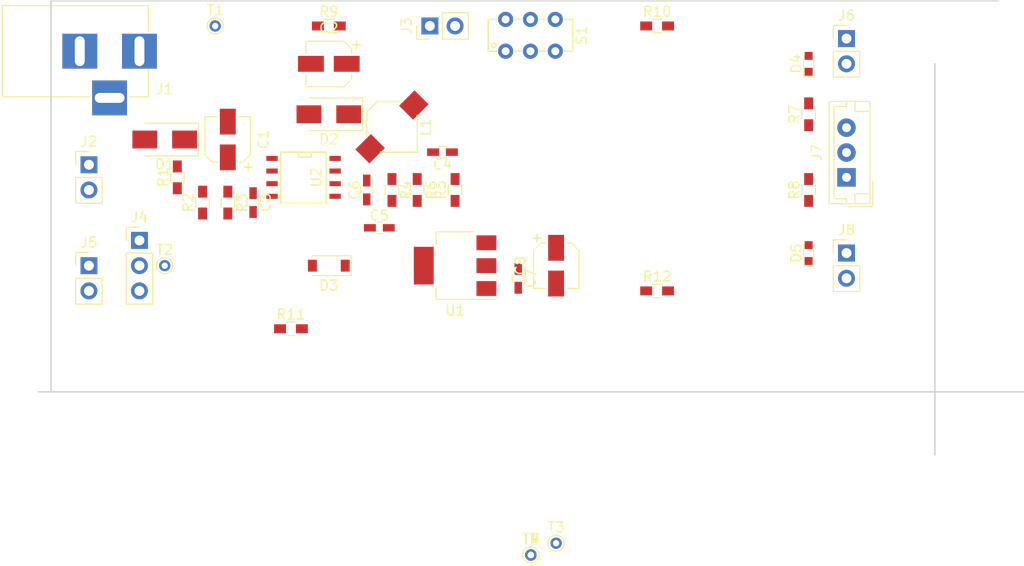
<source format=kicad_pcb>
(kicad_pcb (version 4) (host pcbnew 4.0.6)

  (general
    (links 71)
    (no_connects 71)
    (area 108.964999 48.306666 212.165001 109.270001)
    (thickness 1.6)
    (drawings 4)
    (tracks 0)
    (zones 0)
    (modules 46)
    (nets 27)
  )

  (page A4)
  (layers
    (0 F.Cu signal)
    (31 B.Cu signal)
    (32 B.Adhes user)
    (33 F.Adhes user)
    (34 B.Paste user)
    (35 F.Paste user)
    (36 B.SilkS user)
    (37 F.SilkS user)
    (38 B.Mask user)
    (39 F.Mask user)
    (40 Dwgs.User user)
    (41 Cmts.User user)
    (42 Eco1.User user)
    (43 Eco2.User user)
    (44 Edge.Cuts user)
    (45 Margin user)
    (46 B.CrtYd user)
    (47 F.CrtYd user)
    (48 B.Fab user)
    (49 F.Fab user hide)
  )

  (setup
    (last_trace_width 0.25)
    (trace_clearance 0.2)
    (zone_clearance 0.508)
    (zone_45_only no)
    (trace_min 0.2)
    (segment_width 0.2)
    (edge_width 0.15)
    (via_size 0.6)
    (via_drill 0.4)
    (via_min_size 0.4)
    (via_min_drill 0.3)
    (uvia_size 0.3)
    (uvia_drill 0.1)
    (uvias_allowed no)
    (uvia_min_size 0.2)
    (uvia_min_drill 0.1)
    (pcb_text_width 0.3)
    (pcb_text_size 1.5 1.5)
    (mod_edge_width 0.15)
    (mod_text_size 1 1)
    (mod_text_width 0.15)
    (pad_size 1.7 1.7)
    (pad_drill 1)
    (pad_to_mask_clearance 0.2)
    (aux_axis_origin 105.41 93.98)
    (grid_origin 105.41 93.98)
    (visible_elements 7FFFFFFF)
    (pcbplotparams
      (layerselection 0x00030_80000001)
      (usegerberextensions false)
      (excludeedgelayer true)
      (linewidth 0.100000)
      (plotframeref false)
      (viasonmask false)
      (mode 1)
      (useauxorigin false)
      (hpglpennumber 1)
      (hpglpenspeed 20)
      (hpglpendiameter 15)
      (hpglpenoverlay 2)
      (psnegative false)
      (psa4output false)
      (plotreference true)
      (plotvalue true)
      (plotinvisibletext false)
      (padsonsilk false)
      (subtractmaskfromsilk false)
      (outputformat 1)
      (mirror false)
      (drillshape 1)
      (scaleselection 1)
      (outputdirectory ""))
  )

  (net 0 "")
  (net 1 "Net-(C1-Pad1)")
  (net 2 GNDREF)
  (net 3 /V_5)
  (net 4 "Net-(C3-Pad1)")
  (net 5 "Net-(C4-Pad1)")
  (net 6 "Net-(C4-Pad2)")
  (net 7 "Net-(C5-Pad1)")
  (net 8 "Net-(C5-Pad2)")
  (net 9 "Net-(C7-Pad1)")
  (net 10 /V_3.3)
  (net 11 "Net-(D1-Pad2)")
  (net 12 "Net-(D4-Pad2)")
  (net 13 "Net-(D5-Pad2)")
  (net 14 "Net-(J1-Pad3)")
  (net 15 "Net-(J3-Pad1)")
  (net 16 "Net-(J4-Pad3)")
  (net 17 "Net-(R5-Pad1)")
  (net 18 "Net-(S1-Pad3)")
  (net 19 "Net-(S1-Pad4)")
  (net 20 "Net-(S1-Pad5)")
  (net 21 "Net-(S1-Pad6)")
  (net 22 "Net-(C2-Pad1)")
  (net 23 "Net-(C8-Pad1)")
  (net 24 "Net-(D3-Pad2)")
  (net 25 "Net-(J1-Pad1)")
  (net 26 "Net-(J4-Pad2)")

  (net_class Default "This is the default net class."
    (clearance 0.2)
    (trace_width 0.25)
    (via_dia 0.6)
    (via_drill 0.4)
    (uvia_dia 0.3)
    (uvia_drill 0.1)
    (add_net /V_3.3)
    (add_net /V_5)
    (add_net GNDREF)
    (add_net "Net-(C1-Pad1)")
    (add_net "Net-(C2-Pad1)")
    (add_net "Net-(C3-Pad1)")
    (add_net "Net-(C4-Pad1)")
    (add_net "Net-(C4-Pad2)")
    (add_net "Net-(C5-Pad1)")
    (add_net "Net-(C5-Pad2)")
    (add_net "Net-(C7-Pad1)")
    (add_net "Net-(C8-Pad1)")
    (add_net "Net-(D1-Pad2)")
    (add_net "Net-(D3-Pad2)")
    (add_net "Net-(D4-Pad2)")
    (add_net "Net-(D5-Pad2)")
    (add_net "Net-(J1-Pad1)")
    (add_net "Net-(J1-Pad3)")
    (add_net "Net-(J3-Pad1)")
    (add_net "Net-(J4-Pad2)")
    (add_net "Net-(J4-Pad3)")
    (add_net "Net-(R5-Pad1)")
    (add_net "Net-(S1-Pad3)")
    (add_net "Net-(S1-Pad4)")
    (add_net "Net-(S1-Pad5)")
    (add_net "Net-(S1-Pad6)")
  )

  (module DesignFootprintLib:CP_Elec_D4.0mm (layer F.Cu) (tedit 58AA85E3) (tstamp 5964B155)
    (at 132.08 64.77 90)
    (descr "SMT capacitor, aluminium electrolytic, 4x4.5")
    (path /595FDFA8)
    (attr smd)
    (fp_text reference C1 (at 0 3.58 270) (layer F.SilkS)
      (effects (font (size 1 1) (thickness 0.15)))
    )
    (fp_text value 10uF (at 0 -3.45 270) (layer F.Fab)
      (effects (font (size 1 1) (thickness 0.15)))
    )
    (fp_circle (center 0 0) (end 0.1 2.1) (layer F.Fab) (width 0.1))
    (fp_text user + (at -1.24 -0.08 90) (layer F.Fab)
      (effects (font (size 1 1) (thickness 0.15)))
    )
    (fp_text user + (at -2.78 1.99 270) (layer F.SilkS)
      (effects (font (size 1 1) (thickness 0.15)))
    )
    (fp_text user %R (at 0 3.58 270) (layer F.Fab)
      (effects (font (size 1 1) (thickness 0.15)))
    )
    (fp_line (start 2.13 2.12) (end 2.13 -2.15) (layer F.Fab) (width 0.1))
    (fp_line (start -1.46 2.12) (end 2.13 2.12) (layer F.Fab) (width 0.1))
    (fp_line (start -2.13 1.45) (end -1.46 2.12) (layer F.Fab) (width 0.1))
    (fp_line (start -2.13 -1.47) (end -2.13 1.45) (layer F.Fab) (width 0.1))
    (fp_line (start -1.46 -2.15) (end -2.13 -1.47) (layer F.Fab) (width 0.1))
    (fp_line (start 2.13 -2.15) (end -1.46 -2.15) (layer F.Fab) (width 0.1))
    (fp_line (start 2.29 -2.3) (end 2.29 -1.13) (layer F.SilkS) (width 0.12))
    (fp_line (start 2.29 2.27) (end 2.29 1.1) (layer F.SilkS) (width 0.12))
    (fp_line (start -2.29 1.51) (end -2.29 1.1) (layer F.SilkS) (width 0.12))
    (fp_line (start -2.29 -1.54) (end -2.29 -1.13) (layer F.SilkS) (width 0.12))
    (fp_line (start -1.52 -2.3) (end 2.29 -2.3) (layer F.SilkS) (width 0.12))
    (fp_line (start -1.52 -2.3) (end -2.29 -1.54) (layer F.SilkS) (width 0.12))
    (fp_line (start -1.52 2.27) (end 2.29 2.27) (layer F.SilkS) (width 0.12))
    (fp_line (start -1.52 2.27) (end -2.29 1.51) (layer F.SilkS) (width 0.12))
    (fp_line (start -3.35 -2.4) (end 3.35 -2.4) (layer F.CrtYd) (width 0.05))
    (fp_line (start -3.35 -2.4) (end -3.35 2.37) (layer F.CrtYd) (width 0.05))
    (fp_line (start 3.35 2.37) (end 3.35 -2.4) (layer F.CrtYd) (width 0.05))
    (fp_line (start 3.35 2.37) (end -3.35 2.37) (layer F.CrtYd) (width 0.05))
    (pad 1 smd rect (at -1.8 0 270) (size 2.6 1.6) (layers F.Cu F.Paste F.Mask)
      (net 1 "Net-(C1-Pad1)"))
    (pad 2 smd rect (at 1.8 0 270) (size 2.6 1.6) (layers F.Cu F.Paste F.Mask)
      (net 2 GNDREF))
    (model Capacitors_SMD.3dshapes/CP_Elec_4x4.5.wrl
      (at (xyz 0 0 0))
      (scale (xyz 1 1 1))
      (rotate (xyz 0 0 180))
    )
  )

  (module DesignFootprintLib:CP_Elec_D4.0mm (layer F.Cu) (tedit 58AA85E3) (tstamp 5964B171)
    (at 142.24 57.15 180)
    (descr "SMT capacitor, aluminium electrolytic, 4x4.5")
    (path /595F720D)
    (attr smd)
    (fp_text reference C2 (at 0 3.58 360) (layer F.SilkS)
      (effects (font (size 1 1) (thickness 0.15)))
    )
    (fp_text value 22uF (at 0 -3.45 360) (layer F.Fab)
      (effects (font (size 1 1) (thickness 0.15)))
    )
    (fp_circle (center 0 0) (end 0.1 2.1) (layer F.Fab) (width 0.1))
    (fp_text user + (at -1.24 -0.08 180) (layer F.Fab)
      (effects (font (size 1 1) (thickness 0.15)))
    )
    (fp_text user + (at -2.78 1.99 360) (layer F.SilkS)
      (effects (font (size 1 1) (thickness 0.15)))
    )
    (fp_text user %R (at 0 3.58 360) (layer F.Fab)
      (effects (font (size 1 1) (thickness 0.15)))
    )
    (fp_line (start 2.13 2.12) (end 2.13 -2.15) (layer F.Fab) (width 0.1))
    (fp_line (start -1.46 2.12) (end 2.13 2.12) (layer F.Fab) (width 0.1))
    (fp_line (start -2.13 1.45) (end -1.46 2.12) (layer F.Fab) (width 0.1))
    (fp_line (start -2.13 -1.47) (end -2.13 1.45) (layer F.Fab) (width 0.1))
    (fp_line (start -1.46 -2.15) (end -2.13 -1.47) (layer F.Fab) (width 0.1))
    (fp_line (start 2.13 -2.15) (end -1.46 -2.15) (layer F.Fab) (width 0.1))
    (fp_line (start 2.29 -2.3) (end 2.29 -1.13) (layer F.SilkS) (width 0.12))
    (fp_line (start 2.29 2.27) (end 2.29 1.1) (layer F.SilkS) (width 0.12))
    (fp_line (start -2.29 1.51) (end -2.29 1.1) (layer F.SilkS) (width 0.12))
    (fp_line (start -2.29 -1.54) (end -2.29 -1.13) (layer F.SilkS) (width 0.12))
    (fp_line (start -1.52 -2.3) (end 2.29 -2.3) (layer F.SilkS) (width 0.12))
    (fp_line (start -1.52 -2.3) (end -2.29 -1.54) (layer F.SilkS) (width 0.12))
    (fp_line (start -1.52 2.27) (end 2.29 2.27) (layer F.SilkS) (width 0.12))
    (fp_line (start -1.52 2.27) (end -2.29 1.51) (layer F.SilkS) (width 0.12))
    (fp_line (start -3.35 -2.4) (end 3.35 -2.4) (layer F.CrtYd) (width 0.05))
    (fp_line (start -3.35 -2.4) (end -3.35 2.37) (layer F.CrtYd) (width 0.05))
    (fp_line (start 3.35 2.37) (end 3.35 -2.4) (layer F.CrtYd) (width 0.05))
    (fp_line (start 3.35 2.37) (end -3.35 2.37) (layer F.CrtYd) (width 0.05))
    (pad 1 smd rect (at -1.8 0) (size 2.6 1.6) (layers F.Cu F.Paste F.Mask)
      (net 22 "Net-(C2-Pad1)"))
    (pad 2 smd rect (at 1.8 0) (size 2.6 1.6) (layers F.Cu F.Paste F.Mask)
      (net 2 GNDREF))
    (model Capacitors_SMD.3dshapes/CP_Elec_4x4.5.wrl
      (at (xyz 0 0 0))
      (scale (xyz 1 1 1))
      (rotate (xyz 0 0 180))
    )
  )

  (module DesignFootprintLib:C_0603_HandSoldering (layer F.Cu) (tedit 58AA848B) (tstamp 5964B182)
    (at 134.62 71.12 270)
    (descr "Capacitor SMD 0603, hand soldering")
    (tags "capacitor 0603")
    (path /595DADE0)
    (attr smd)
    (fp_text reference C3 (at 0 -1.25 270) (layer F.SilkS)
      (effects (font (size 1 1) (thickness 0.15)))
    )
    (fp_text value 0.015uF (at 0 1.5 270) (layer F.Fab)
      (effects (font (size 1 1) (thickness 0.15)))
    )
    (fp_text user %R (at 0 -1.25 270) (layer F.Fab)
      (effects (font (size 1 1) (thickness 0.15)))
    )
    (fp_line (start -0.8 0.4) (end -0.8 -0.4) (layer F.Fab) (width 0.1))
    (fp_line (start 0.8 0.4) (end -0.8 0.4) (layer F.Fab) (width 0.1))
    (fp_line (start 0.8 -0.4) (end 0.8 0.4) (layer F.Fab) (width 0.1))
    (fp_line (start -0.8 -0.4) (end 0.8 -0.4) (layer F.Fab) (width 0.1))
    (fp_line (start -0.35 -0.6) (end 0.35 -0.6) (layer F.SilkS) (width 0.12))
    (fp_line (start 0.35 0.6) (end -0.35 0.6) (layer F.SilkS) (width 0.12))
    (fp_line (start -1.8 -0.65) (end 1.8 -0.65) (layer F.CrtYd) (width 0.05))
    (fp_line (start -1.8 -0.65) (end -1.8 0.65) (layer F.CrtYd) (width 0.05))
    (fp_line (start 1.8 0.65) (end 1.8 -0.65) (layer F.CrtYd) (width 0.05))
    (fp_line (start 1.8 0.65) (end -1.8 0.65) (layer F.CrtYd) (width 0.05))
    (pad 1 smd rect (at -0.95 0 270) (size 1.2 0.75) (layers F.Cu F.Paste F.Mask)
      (net 4 "Net-(C3-Pad1)"))
    (pad 2 smd rect (at 0.95 0 270) (size 1.2 0.75) (layers F.Cu F.Paste F.Mask)
      (net 2 GNDREF))
    (model Capacitors_SMD.3dshapes/C_0603.wrl
      (at (xyz 0 0 0))
      (scale (xyz 1 1 1))
      (rotate (xyz 0 0 0))
    )
  )

  (module DesignFootprintLib:C_0603_HandSoldering (layer F.Cu) (tedit 58AA848B) (tstamp 5964B193)
    (at 153.67 66.04 180)
    (descr "Capacitor SMD 0603, hand soldering")
    (tags "capacitor 0603")
    (path /595DAD85)
    (attr smd)
    (fp_text reference C4 (at 0 -1.25 180) (layer F.SilkS)
      (effects (font (size 1 1) (thickness 0.15)))
    )
    (fp_text value 0.1uF (at 0 1.5 180) (layer F.Fab)
      (effects (font (size 1 1) (thickness 0.15)))
    )
    (fp_text user %R (at 0 -1.25 180) (layer F.Fab)
      (effects (font (size 1 1) (thickness 0.15)))
    )
    (fp_line (start -0.8 0.4) (end -0.8 -0.4) (layer F.Fab) (width 0.1))
    (fp_line (start 0.8 0.4) (end -0.8 0.4) (layer F.Fab) (width 0.1))
    (fp_line (start 0.8 -0.4) (end 0.8 0.4) (layer F.Fab) (width 0.1))
    (fp_line (start -0.8 -0.4) (end 0.8 -0.4) (layer F.Fab) (width 0.1))
    (fp_line (start -0.35 -0.6) (end 0.35 -0.6) (layer F.SilkS) (width 0.12))
    (fp_line (start 0.35 0.6) (end -0.35 0.6) (layer F.SilkS) (width 0.12))
    (fp_line (start -1.8 -0.65) (end 1.8 -0.65) (layer F.CrtYd) (width 0.05))
    (fp_line (start -1.8 -0.65) (end -1.8 0.65) (layer F.CrtYd) (width 0.05))
    (fp_line (start 1.8 0.65) (end 1.8 -0.65) (layer F.CrtYd) (width 0.05))
    (fp_line (start 1.8 0.65) (end -1.8 0.65) (layer F.CrtYd) (width 0.05))
    (pad 1 smd rect (at -0.95 0 180) (size 1.2 0.75) (layers F.Cu F.Paste F.Mask)
      (net 5 "Net-(C4-Pad1)"))
    (pad 2 smd rect (at 0.95 0 180) (size 1.2 0.75) (layers F.Cu F.Paste F.Mask)
      (net 6 "Net-(C4-Pad2)"))
    (model Capacitors_SMD.3dshapes/C_0603.wrl
      (at (xyz 0 0 0))
      (scale (xyz 1 1 1))
      (rotate (xyz 0 0 0))
    )
  )

  (module DesignFootprintLib:C_0603_HandSoldering (layer F.Cu) (tedit 58AA848B) (tstamp 5964B1A4)
    (at 147.32 73.66)
    (descr "Capacitor SMD 0603, hand soldering")
    (tags "capacitor 0603")
    (path /595DADA1)
    (attr smd)
    (fp_text reference C5 (at 0 -1.25) (layer F.SilkS)
      (effects (font (size 1 1) (thickness 0.15)))
    )
    (fp_text value 680pF (at 0 1.5) (layer F.Fab)
      (effects (font (size 1 1) (thickness 0.15)))
    )
    (fp_text user %R (at 0 -1.25) (layer F.Fab)
      (effects (font (size 1 1) (thickness 0.15)))
    )
    (fp_line (start -0.8 0.4) (end -0.8 -0.4) (layer F.Fab) (width 0.1))
    (fp_line (start 0.8 0.4) (end -0.8 0.4) (layer F.Fab) (width 0.1))
    (fp_line (start 0.8 -0.4) (end 0.8 0.4) (layer F.Fab) (width 0.1))
    (fp_line (start -0.8 -0.4) (end 0.8 -0.4) (layer F.Fab) (width 0.1))
    (fp_line (start -0.35 -0.6) (end 0.35 -0.6) (layer F.SilkS) (width 0.12))
    (fp_line (start 0.35 0.6) (end -0.35 0.6) (layer F.SilkS) (width 0.12))
    (fp_line (start -1.8 -0.65) (end 1.8 -0.65) (layer F.CrtYd) (width 0.05))
    (fp_line (start -1.8 -0.65) (end -1.8 0.65) (layer F.CrtYd) (width 0.05))
    (fp_line (start 1.8 0.65) (end 1.8 -0.65) (layer F.CrtYd) (width 0.05))
    (fp_line (start 1.8 0.65) (end -1.8 0.65) (layer F.CrtYd) (width 0.05))
    (pad 1 smd rect (at -0.95 0) (size 1.2 0.75) (layers F.Cu F.Paste F.Mask)
      (net 7 "Net-(C5-Pad1)"))
    (pad 2 smd rect (at 0.95 0) (size 1.2 0.75) (layers F.Cu F.Paste F.Mask)
      (net 8 "Net-(C5-Pad2)"))
    (model Capacitors_SMD.3dshapes/C_0603.wrl
      (at (xyz 0 0 0))
      (scale (xyz 1 1 1))
      (rotate (xyz 0 0 0))
    )
  )

  (module DesignFootprintLib:C_0603_HandSoldering (layer F.Cu) (tedit 58AA848B) (tstamp 5964B1B5)
    (at 146.05 69.85 90)
    (descr "Capacitor SMD 0603, hand soldering")
    (tags "capacitor 0603")
    (path /595DADA8)
    (attr smd)
    (fp_text reference C6 (at 0 -1.25 90) (layer F.SilkS)
      (effects (font (size 1 1) (thickness 0.15)))
    )
    (fp_text value 47pF (at 0 1.5 90) (layer F.Fab)
      (effects (font (size 1 1) (thickness 0.15)))
    )
    (fp_text user %R (at 0 -1.25 90) (layer F.Fab)
      (effects (font (size 1 1) (thickness 0.15)))
    )
    (fp_line (start -0.8 0.4) (end -0.8 -0.4) (layer F.Fab) (width 0.1))
    (fp_line (start 0.8 0.4) (end -0.8 0.4) (layer F.Fab) (width 0.1))
    (fp_line (start 0.8 -0.4) (end 0.8 0.4) (layer F.Fab) (width 0.1))
    (fp_line (start -0.8 -0.4) (end 0.8 -0.4) (layer F.Fab) (width 0.1))
    (fp_line (start -0.35 -0.6) (end 0.35 -0.6) (layer F.SilkS) (width 0.12))
    (fp_line (start 0.35 0.6) (end -0.35 0.6) (layer F.SilkS) (width 0.12))
    (fp_line (start -1.8 -0.65) (end 1.8 -0.65) (layer F.CrtYd) (width 0.05))
    (fp_line (start -1.8 -0.65) (end -1.8 0.65) (layer F.CrtYd) (width 0.05))
    (fp_line (start 1.8 0.65) (end 1.8 -0.65) (layer F.CrtYd) (width 0.05))
    (fp_line (start 1.8 0.65) (end -1.8 0.65) (layer F.CrtYd) (width 0.05))
    (pad 1 smd rect (at -0.95 0 90) (size 1.2 0.75) (layers F.Cu F.Paste F.Mask)
      (net 7 "Net-(C5-Pad1)"))
    (pad 2 smd rect (at 0.95 0 90) (size 1.2 0.75) (layers F.Cu F.Paste F.Mask)
      (net 2 GNDREF))
    (model Capacitors_SMD.3dshapes/C_0603.wrl
      (at (xyz 0 0 0))
      (scale (xyz 1 1 1))
      (rotate (xyz 0 0 0))
    )
  )

  (module DesignFootprintLib:C_0603_HandSoldering (layer F.Cu) (tedit 58AA848B) (tstamp 5964B1C6)
    (at 161.29 78.74 270)
    (descr "Capacitor SMD 0603, hand soldering")
    (tags "capacitor 0603")
    (path /595DDE53)
    (attr smd)
    (fp_text reference C7 (at 0 -1.25 270) (layer F.SilkS)
      (effects (font (size 1 1) (thickness 0.15)))
    )
    (fp_text value 100nF (at 0 1.5 270) (layer F.Fab)
      (effects (font (size 1 1) (thickness 0.15)))
    )
    (fp_text user %R (at 0 -1.25 270) (layer F.Fab)
      (effects (font (size 1 1) (thickness 0.15)))
    )
    (fp_line (start -0.8 0.4) (end -0.8 -0.4) (layer F.Fab) (width 0.1))
    (fp_line (start 0.8 0.4) (end -0.8 0.4) (layer F.Fab) (width 0.1))
    (fp_line (start 0.8 -0.4) (end 0.8 0.4) (layer F.Fab) (width 0.1))
    (fp_line (start -0.8 -0.4) (end 0.8 -0.4) (layer F.Fab) (width 0.1))
    (fp_line (start -0.35 -0.6) (end 0.35 -0.6) (layer F.SilkS) (width 0.12))
    (fp_line (start 0.35 0.6) (end -0.35 0.6) (layer F.SilkS) (width 0.12))
    (fp_line (start -1.8 -0.65) (end 1.8 -0.65) (layer F.CrtYd) (width 0.05))
    (fp_line (start -1.8 -0.65) (end -1.8 0.65) (layer F.CrtYd) (width 0.05))
    (fp_line (start 1.8 0.65) (end 1.8 -0.65) (layer F.CrtYd) (width 0.05))
    (fp_line (start 1.8 0.65) (end -1.8 0.65) (layer F.CrtYd) (width 0.05))
    (pad 1 smd rect (at -0.95 0 270) (size 1.2 0.75) (layers F.Cu F.Paste F.Mask)
      (net 9 "Net-(C7-Pad1)"))
    (pad 2 smd rect (at 0.95 0 270) (size 1.2 0.75) (layers F.Cu F.Paste F.Mask)
      (net 2 GNDREF))
    (model Capacitors_SMD.3dshapes/C_0603.wrl
      (at (xyz 0 0 0))
      (scale (xyz 1 1 1))
      (rotate (xyz 0 0 0))
    )
  )

  (module DesignFootprintLib:CP_Elec_D4.0mm (layer F.Cu) (tedit 58AA85E3) (tstamp 5964B1E2)
    (at 165.1 77.47 270)
    (descr "SMT capacitor, aluminium electrolytic, 4x4.5")
    (path /595FDE2D)
    (attr smd)
    (fp_text reference C8 (at 0 3.58 450) (layer F.SilkS)
      (effects (font (size 1 1) (thickness 0.15)))
    )
    (fp_text value 10uF (at 0 -3.45 450) (layer F.Fab)
      (effects (font (size 1 1) (thickness 0.15)))
    )
    (fp_circle (center 0 0) (end 0.1 2.1) (layer F.Fab) (width 0.1))
    (fp_text user + (at -1.24 -0.08 270) (layer F.Fab)
      (effects (font (size 1 1) (thickness 0.15)))
    )
    (fp_text user + (at -2.78 1.99 450) (layer F.SilkS)
      (effects (font (size 1 1) (thickness 0.15)))
    )
    (fp_text user %R (at 0 3.58 450) (layer F.Fab)
      (effects (font (size 1 1) (thickness 0.15)))
    )
    (fp_line (start 2.13 2.12) (end 2.13 -2.15) (layer F.Fab) (width 0.1))
    (fp_line (start -1.46 2.12) (end 2.13 2.12) (layer F.Fab) (width 0.1))
    (fp_line (start -2.13 1.45) (end -1.46 2.12) (layer F.Fab) (width 0.1))
    (fp_line (start -2.13 -1.47) (end -2.13 1.45) (layer F.Fab) (width 0.1))
    (fp_line (start -1.46 -2.15) (end -2.13 -1.47) (layer F.Fab) (width 0.1))
    (fp_line (start 2.13 -2.15) (end -1.46 -2.15) (layer F.Fab) (width 0.1))
    (fp_line (start 2.29 -2.3) (end 2.29 -1.13) (layer F.SilkS) (width 0.12))
    (fp_line (start 2.29 2.27) (end 2.29 1.1) (layer F.SilkS) (width 0.12))
    (fp_line (start -2.29 1.51) (end -2.29 1.1) (layer F.SilkS) (width 0.12))
    (fp_line (start -2.29 -1.54) (end -2.29 -1.13) (layer F.SilkS) (width 0.12))
    (fp_line (start -1.52 -2.3) (end 2.29 -2.3) (layer F.SilkS) (width 0.12))
    (fp_line (start -1.52 -2.3) (end -2.29 -1.54) (layer F.SilkS) (width 0.12))
    (fp_line (start -1.52 2.27) (end 2.29 2.27) (layer F.SilkS) (width 0.12))
    (fp_line (start -1.52 2.27) (end -2.29 1.51) (layer F.SilkS) (width 0.12))
    (fp_line (start -3.35 -2.4) (end 3.35 -2.4) (layer F.CrtYd) (width 0.05))
    (fp_line (start -3.35 -2.4) (end -3.35 2.37) (layer F.CrtYd) (width 0.05))
    (fp_line (start 3.35 2.37) (end 3.35 -2.4) (layer F.CrtYd) (width 0.05))
    (fp_line (start 3.35 2.37) (end -3.35 2.37) (layer F.CrtYd) (width 0.05))
    (pad 1 smd rect (at -1.8 0 90) (size 2.6 1.6) (layers F.Cu F.Paste F.Mask)
      (net 23 "Net-(C8-Pad1)"))
    (pad 2 smd rect (at 1.8 0 90) (size 2.6 1.6) (layers F.Cu F.Paste F.Mask)
      (net 2 GNDREF))
    (model Capacitors_SMD.3dshapes/CP_Elec_4x4.5.wrl
      (at (xyz 0 0 0))
      (scale (xyz 1 1 1))
      (rotate (xyz 0 0 180))
    )
  )

  (module DesignFootprintLib:LED_0603 (layer F.Cu) (tedit 57FE93A5) (tstamp 5964B241)
    (at 190.5 57.15 90)
    (descr "LED 0603 smd package")
    (tags "LED led 0603 SMD smd SMT smt smdled SMDLED smtled SMTLED")
    (path /59604245)
    (attr smd)
    (fp_text reference D4 (at 0 -1.25 90) (layer F.SilkS)
      (effects (font (size 1 1) (thickness 0.15)))
    )
    (fp_text value LED (at 0 1.35 90) (layer F.Fab)
      (effects (font (size 1 1) (thickness 0.15)))
    )
    (fp_line (start -1.3 -0.5) (end -1.3 0.5) (layer F.SilkS) (width 0.12))
    (fp_line (start -0.2 -0.2) (end -0.2 0.2) (layer F.Fab) (width 0.1))
    (fp_line (start -0.15 0) (end 0.15 -0.2) (layer F.Fab) (width 0.1))
    (fp_line (start 0.15 0.2) (end -0.15 0) (layer F.Fab) (width 0.1))
    (fp_line (start 0.15 -0.2) (end 0.15 0.2) (layer F.Fab) (width 0.1))
    (fp_line (start 0.8 0.4) (end -0.8 0.4) (layer F.Fab) (width 0.1))
    (fp_line (start 0.8 -0.4) (end 0.8 0.4) (layer F.Fab) (width 0.1))
    (fp_line (start -0.8 -0.4) (end 0.8 -0.4) (layer F.Fab) (width 0.1))
    (fp_line (start -0.8 0.4) (end -0.8 -0.4) (layer F.Fab) (width 0.1))
    (fp_line (start -1.3 0.5) (end 0.8 0.5) (layer F.SilkS) (width 0.12))
    (fp_line (start -1.3 -0.5) (end 0.8 -0.5) (layer F.SilkS) (width 0.12))
    (fp_line (start 1.45 -0.65) (end 1.45 0.65) (layer F.CrtYd) (width 0.05))
    (fp_line (start 1.45 0.65) (end -1.45 0.65) (layer F.CrtYd) (width 0.05))
    (fp_line (start -1.45 0.65) (end -1.45 -0.65) (layer F.CrtYd) (width 0.05))
    (fp_line (start -1.45 -0.65) (end 1.45 -0.65) (layer F.CrtYd) (width 0.05))
    (pad 2 smd rect (at 0.8 0 270) (size 0.8 0.8) (layers F.Cu F.Paste F.Mask)
      (net 12 "Net-(D4-Pad2)"))
    (pad 1 smd rect (at -0.8 0 270) (size 0.8 0.8) (layers F.Cu F.Paste F.Mask)
      (net 2 GNDREF))
    (model LEDs.3dshapes/LED_0603.wrl
      (at (xyz 0 0 0))
      (scale (xyz 1 1 1))
      (rotate (xyz 0 0 180))
    )
  )

  (module DesignFootprintLib:LED_0603 (layer F.Cu) (tedit 57FE93A5) (tstamp 5964B256)
    (at 190.5 76.2 90)
    (descr "LED 0603 smd package")
    (tags "LED led 0603 SMD smd SMT smt smdled SMDLED smtled SMTLED")
    (path /59605323)
    (attr smd)
    (fp_text reference D5 (at 0 -1.25 90) (layer F.SilkS)
      (effects (font (size 1 1) (thickness 0.15)))
    )
    (fp_text value LED (at 0 1.35 90) (layer F.Fab)
      (effects (font (size 1 1) (thickness 0.15)))
    )
    (fp_line (start -1.3 -0.5) (end -1.3 0.5) (layer F.SilkS) (width 0.12))
    (fp_line (start -0.2 -0.2) (end -0.2 0.2) (layer F.Fab) (width 0.1))
    (fp_line (start -0.15 0) (end 0.15 -0.2) (layer F.Fab) (width 0.1))
    (fp_line (start 0.15 0.2) (end -0.15 0) (layer F.Fab) (width 0.1))
    (fp_line (start 0.15 -0.2) (end 0.15 0.2) (layer F.Fab) (width 0.1))
    (fp_line (start 0.8 0.4) (end -0.8 0.4) (layer F.Fab) (width 0.1))
    (fp_line (start 0.8 -0.4) (end 0.8 0.4) (layer F.Fab) (width 0.1))
    (fp_line (start -0.8 -0.4) (end 0.8 -0.4) (layer F.Fab) (width 0.1))
    (fp_line (start -0.8 0.4) (end -0.8 -0.4) (layer F.Fab) (width 0.1))
    (fp_line (start -1.3 0.5) (end 0.8 0.5) (layer F.SilkS) (width 0.12))
    (fp_line (start -1.3 -0.5) (end 0.8 -0.5) (layer F.SilkS) (width 0.12))
    (fp_line (start 1.45 -0.65) (end 1.45 0.65) (layer F.CrtYd) (width 0.05))
    (fp_line (start 1.45 0.65) (end -1.45 0.65) (layer F.CrtYd) (width 0.05))
    (fp_line (start -1.45 0.65) (end -1.45 -0.65) (layer F.CrtYd) (width 0.05))
    (fp_line (start -1.45 -0.65) (end 1.45 -0.65) (layer F.CrtYd) (width 0.05))
    (pad 2 smd rect (at 0.8 0 270) (size 0.8 0.8) (layers F.Cu F.Paste F.Mask)
      (net 13 "Net-(D5-Pad2)"))
    (pad 1 smd rect (at -0.8 0 270) (size 0.8 0.8) (layers F.Cu F.Paste F.Mask)
      (net 2 GNDREF))
    (model LEDs.3dshapes/LED_0603.wrl
      (at (xyz 0 0 0))
      (scale (xyz 1 1 1))
      (rotate (xyz 0 0 180))
    )
  )

  (module DesignFootprintLib:BARREL_JACK (layer F.Cu) (tedit 59652027) (tstamp 5964B275)
    (at 123.19 55.88)
    (descr "DC Barrel Jack")
    (tags "Power Jack")
    (path /595DB4DA)
    (fp_text reference J1 (at 2.54 3.81 180) (layer F.SilkS)
      (effects (font (size 1 1) (thickness 0.15)))
    )
    (fp_text value BARREL_JACK (at -6.2 -5.5) (layer F.Fab)
      (effects (font (size 1 1) (thickness 0.15)))
    )
    (fp_line (start 1 -4.5) (end 1 -4.75) (layer F.CrtYd) (width 0.05))
    (fp_line (start 1 -4.75) (end -14 -4.75) (layer F.CrtYd) (width 0.05))
    (fp_line (start 1 -4.5) (end 1 -2) (layer F.CrtYd) (width 0.05))
    (fp_line (start 1 -2) (end 2 -2) (layer F.CrtYd) (width 0.05))
    (fp_line (start 2 -2) (end 2 2) (layer F.CrtYd) (width 0.05))
    (fp_line (start 2 2) (end 1 2) (layer F.CrtYd) (width 0.05))
    (fp_line (start 1 2) (end 1 4.75) (layer F.CrtYd) (width 0.05))
    (fp_line (start 1 4.75) (end -1 4.75) (layer F.CrtYd) (width 0.05))
    (fp_line (start -1 4.75) (end -1 6.75) (layer F.CrtYd) (width 0.05))
    (fp_line (start -1 6.75) (end -5 6.75) (layer F.CrtYd) (width 0.05))
    (fp_line (start -5 6.75) (end -5 4.75) (layer F.CrtYd) (width 0.05))
    (fp_line (start -5 4.75) (end -14 4.75) (layer F.CrtYd) (width 0.05))
    (fp_line (start -14 4.75) (end -14 -4.75) (layer F.CrtYd) (width 0.05))
    (fp_line (start -5 4.6) (end -13.8 4.6) (layer F.SilkS) (width 0.12))
    (fp_line (start -13.8 4.6) (end -13.8 -4.6) (layer F.SilkS) (width 0.12))
    (fp_line (start 0.9 1.9) (end 0.9 4.6) (layer F.SilkS) (width 0.12))
    (fp_line (start 0.9 4.6) (end -1 4.6) (layer F.SilkS) (width 0.12))
    (fp_line (start -13.8 -4.6) (end 0.9 -4.6) (layer F.SilkS) (width 0.12))
    (fp_line (start 0.9 -4.6) (end 0.9 -2) (layer F.SilkS) (width 0.12))
    (fp_line (start -10.2 -4.5) (end -10.2 4.5) (layer F.Fab) (width 0.1))
    (fp_line (start -13.7 -4.5) (end -13.7 4.5) (layer F.Fab) (width 0.1))
    (fp_line (start -13.7 4.5) (end 0.8 4.5) (layer F.Fab) (width 0.1))
    (fp_line (start 0.8 4.5) (end 0.8 -4.5) (layer F.Fab) (width 0.1))
    (fp_line (start 0.8 -4.5) (end -13.7 -4.5) (layer F.Fab) (width 0.1))
    (pad 1 thru_hole rect (at 0 0) (size 3.5 3.5) (drill oval 1 3) (layers *.Cu *.Mask)
      (net 25 "Net-(J1-Pad1)"))
    (pad 2 thru_hole rect (at -6 0) (size 3.5 3.5) (drill oval 1 3) (layers *.Cu *.Mask)
      (net 2 GNDREF))
    (pad 3 thru_hole rect (at -3 4.7) (size 3.5 3.5) (drill oval 3 1) (layers *.Cu *.Mask)
      (net 14 "Net-(J1-Pad3)"))
  )

  (module DesignFootprintLib:Pin_Header_Straight_1x02_Pitch2.54mm (layer F.Cu) (tedit 58CD4EC1) (tstamp 5964B28A)
    (at 118.11 67.31)
    (descr "Through hole straight pin header, 1x02, 2.54mm pitch, single row")
    (tags "Through hole pin header THT 1x02 2.54mm single row")
    (path /595DB223)
    (fp_text reference J2 (at 0 -2.33) (layer F.SilkS)
      (effects (font (size 1 1) (thickness 0.15)))
    )
    (fp_text value CONN_01X02 (at 0 4.87) (layer F.Fab)
      (effects (font (size 1 1) (thickness 0.15)))
    )
    (fp_line (start -1.27 -1.27) (end -1.27 3.81) (layer F.Fab) (width 0.1))
    (fp_line (start -1.27 3.81) (end 1.27 3.81) (layer F.Fab) (width 0.1))
    (fp_line (start 1.27 3.81) (end 1.27 -1.27) (layer F.Fab) (width 0.1))
    (fp_line (start 1.27 -1.27) (end -1.27 -1.27) (layer F.Fab) (width 0.1))
    (fp_line (start -1.33 1.27) (end -1.33 3.87) (layer F.SilkS) (width 0.12))
    (fp_line (start -1.33 3.87) (end 1.33 3.87) (layer F.SilkS) (width 0.12))
    (fp_line (start 1.33 3.87) (end 1.33 1.27) (layer F.SilkS) (width 0.12))
    (fp_line (start 1.33 1.27) (end -1.33 1.27) (layer F.SilkS) (width 0.12))
    (fp_line (start -1.33 0) (end -1.33 -1.33) (layer F.SilkS) (width 0.12))
    (fp_line (start -1.33 -1.33) (end 0 -1.33) (layer F.SilkS) (width 0.12))
    (fp_line (start -1.8 -1.8) (end -1.8 4.35) (layer F.CrtYd) (width 0.05))
    (fp_line (start -1.8 4.35) (end 1.8 4.35) (layer F.CrtYd) (width 0.05))
    (fp_line (start 1.8 4.35) (end 1.8 -1.8) (layer F.CrtYd) (width 0.05))
    (fp_line (start 1.8 -1.8) (end -1.8 -1.8) (layer F.CrtYd) (width 0.05))
    (fp_text user %R (at 0 -2.33) (layer F.Fab)
      (effects (font (size 1 1) (thickness 0.15)))
    )
    (pad 1 thru_hole rect (at 0 0) (size 1.7 1.7) (drill 1) (layers *.Cu *.Mask)
      (net 25 "Net-(J1-Pad1)"))
    (pad 2 thru_hole oval (at 0 2.54) (size 1.7 1.7) (drill 1) (layers *.Cu *.Mask)
      (net 2 GNDREF))
    (model ${KISYS3DMOD}/Pin_Headers.3dshapes/Pin_Header_Straight_1x02_Pitch2.54mm.wrl
      (at (xyz 0 -0.05 0))
      (scale (xyz 1 1 1))
      (rotate (xyz 0 0 90))
    )
  )

  (module DesignFootprintLib:Pin_Header_Straight_1x02_Pitch2.54mm (layer F.Cu) (tedit 58CD4EC1) (tstamp 5964B29F)
    (at 152.4 53.34 90)
    (descr "Through hole straight pin header, 1x02, 2.54mm pitch, single row")
    (tags "Through hole pin header THT 1x02 2.54mm single row")
    (path /595FED6A)
    (fp_text reference J3 (at 0 -2.33 90) (layer F.SilkS)
      (effects (font (size 1 1) (thickness 0.15)))
    )
    (fp_text value CONN_01X02 (at 0 4.87 90) (layer F.Fab)
      (effects (font (size 1 1) (thickness 0.15)))
    )
    (fp_line (start -1.27 -1.27) (end -1.27 3.81) (layer F.Fab) (width 0.1))
    (fp_line (start -1.27 3.81) (end 1.27 3.81) (layer F.Fab) (width 0.1))
    (fp_line (start 1.27 3.81) (end 1.27 -1.27) (layer F.Fab) (width 0.1))
    (fp_line (start 1.27 -1.27) (end -1.27 -1.27) (layer F.Fab) (width 0.1))
    (fp_line (start -1.33 1.27) (end -1.33 3.87) (layer F.SilkS) (width 0.12))
    (fp_line (start -1.33 3.87) (end 1.33 3.87) (layer F.SilkS) (width 0.12))
    (fp_line (start 1.33 3.87) (end 1.33 1.27) (layer F.SilkS) (width 0.12))
    (fp_line (start 1.33 1.27) (end -1.33 1.27) (layer F.SilkS) (width 0.12))
    (fp_line (start -1.33 0) (end -1.33 -1.33) (layer F.SilkS) (width 0.12))
    (fp_line (start -1.33 -1.33) (end 0 -1.33) (layer F.SilkS) (width 0.12))
    (fp_line (start -1.8 -1.8) (end -1.8 4.35) (layer F.CrtYd) (width 0.05))
    (fp_line (start -1.8 4.35) (end 1.8 4.35) (layer F.CrtYd) (width 0.05))
    (fp_line (start 1.8 4.35) (end 1.8 -1.8) (layer F.CrtYd) (width 0.05))
    (fp_line (start 1.8 -1.8) (end -1.8 -1.8) (layer F.CrtYd) (width 0.05))
    (fp_text user %R (at 0 -2.33 90) (layer F.Fab)
      (effects (font (size 1 1) (thickness 0.15)))
    )
    (pad 1 thru_hole rect (at 0 0 90) (size 1.7 1.7) (drill 1) (layers *.Cu *.Mask)
      (net 15 "Net-(J3-Pad1)"))
    (pad 2 thru_hole oval (at 0 2.54 90) (size 1.7 1.7) (drill 1) (layers *.Cu *.Mask)
      (net 2 GNDREF))
    (model ${KISYS3DMOD}/Pin_Headers.3dshapes/Pin_Header_Straight_1x02_Pitch2.54mm.wrl
      (at (xyz 0 -0.05 0))
      (scale (xyz 1 1 1))
      (rotate (xyz 0 0 90))
    )
  )

  (module DesignFootprintLib:Pin_Header_Straight_1x03_Pitch2.54mm (layer F.Cu) (tedit 58CD4EC1) (tstamp 5964B2B5)
    (at 123.19 74.93)
    (descr "Through hole straight pin header, 1x03, 2.54mm pitch, single row")
    (tags "Through hole pin header THT 1x03 2.54mm single row")
    (path /595DD10A)
    (fp_text reference J4 (at 0 -2.33) (layer F.SilkS)
      (effects (font (size 1 1) (thickness 0.15)))
    )
    (fp_text value CONN_01X03 (at 0 7.41) (layer F.Fab)
      (effects (font (size 1 1) (thickness 0.15)))
    )
    (fp_line (start -1.27 -1.27) (end -1.27 6.35) (layer F.Fab) (width 0.1))
    (fp_line (start -1.27 6.35) (end 1.27 6.35) (layer F.Fab) (width 0.1))
    (fp_line (start 1.27 6.35) (end 1.27 -1.27) (layer F.Fab) (width 0.1))
    (fp_line (start 1.27 -1.27) (end -1.27 -1.27) (layer F.Fab) (width 0.1))
    (fp_line (start -1.33 1.27) (end -1.33 6.41) (layer F.SilkS) (width 0.12))
    (fp_line (start -1.33 6.41) (end 1.33 6.41) (layer F.SilkS) (width 0.12))
    (fp_line (start 1.33 6.41) (end 1.33 1.27) (layer F.SilkS) (width 0.12))
    (fp_line (start 1.33 1.27) (end -1.33 1.27) (layer F.SilkS) (width 0.12))
    (fp_line (start -1.33 0) (end -1.33 -1.33) (layer F.SilkS) (width 0.12))
    (fp_line (start -1.33 -1.33) (end 0 -1.33) (layer F.SilkS) (width 0.12))
    (fp_line (start -1.8 -1.8) (end -1.8 6.85) (layer F.CrtYd) (width 0.05))
    (fp_line (start -1.8 6.85) (end 1.8 6.85) (layer F.CrtYd) (width 0.05))
    (fp_line (start 1.8 6.85) (end 1.8 -1.8) (layer F.CrtYd) (width 0.05))
    (fp_line (start 1.8 -1.8) (end -1.8 -1.8) (layer F.CrtYd) (width 0.05))
    (fp_text user %R (at 0 -2.33) (layer F.Fab)
      (effects (font (size 1 1) (thickness 0.15)))
    )
    (pad 1 thru_hole rect (at 0 0) (size 1.7 1.7) (drill 1) (layers *.Cu *.Mask)
      (net 3 /V_5))
    (pad 2 thru_hole oval (at 0 2.54) (size 1.7 1.7) (drill 1) (layers *.Cu *.Mask)
      (net 26 "Net-(J4-Pad2)"))
    (pad 3 thru_hole oval (at 0 5.08) (size 1.7 1.7) (drill 1) (layers *.Cu *.Mask)
      (net 16 "Net-(J4-Pad3)"))
    (model ${KISYS3DMOD}/Pin_Headers.3dshapes/Pin_Header_Straight_1x03_Pitch2.54mm.wrl
      (at (xyz 0 -0.1 0))
      (scale (xyz 1 1 1))
      (rotate (xyz 0 0 90))
    )
  )

  (module DesignFootprintLib:Pin_Header_Straight_1x02_Pitch2.54mm (layer F.Cu) (tedit 58CD4EC1) (tstamp 5964B2CA)
    (at 118.11 77.47)
    (descr "Through hole straight pin header, 1x02, 2.54mm pitch, single row")
    (tags "Through hole pin header THT 1x02 2.54mm single row")
    (path /595FEE5D)
    (fp_text reference J5 (at 0 -2.33) (layer F.SilkS)
      (effects (font (size 1 1) (thickness 0.15)))
    )
    (fp_text value CONN_01X02 (at 0 4.87) (layer F.Fab)
      (effects (font (size 1 1) (thickness 0.15)))
    )
    (fp_line (start -1.27 -1.27) (end -1.27 3.81) (layer F.Fab) (width 0.1))
    (fp_line (start -1.27 3.81) (end 1.27 3.81) (layer F.Fab) (width 0.1))
    (fp_line (start 1.27 3.81) (end 1.27 -1.27) (layer F.Fab) (width 0.1))
    (fp_line (start 1.27 -1.27) (end -1.27 -1.27) (layer F.Fab) (width 0.1))
    (fp_line (start -1.33 1.27) (end -1.33 3.87) (layer F.SilkS) (width 0.12))
    (fp_line (start -1.33 3.87) (end 1.33 3.87) (layer F.SilkS) (width 0.12))
    (fp_line (start 1.33 3.87) (end 1.33 1.27) (layer F.SilkS) (width 0.12))
    (fp_line (start 1.33 1.27) (end -1.33 1.27) (layer F.SilkS) (width 0.12))
    (fp_line (start -1.33 0) (end -1.33 -1.33) (layer F.SilkS) (width 0.12))
    (fp_line (start -1.33 -1.33) (end 0 -1.33) (layer F.SilkS) (width 0.12))
    (fp_line (start -1.8 -1.8) (end -1.8 4.35) (layer F.CrtYd) (width 0.05))
    (fp_line (start -1.8 4.35) (end 1.8 4.35) (layer F.CrtYd) (width 0.05))
    (fp_line (start 1.8 4.35) (end 1.8 -1.8) (layer F.CrtYd) (width 0.05))
    (fp_line (start 1.8 -1.8) (end -1.8 -1.8) (layer F.CrtYd) (width 0.05))
    (fp_text user %R (at 0 -2.33) (layer F.Fab)
      (effects (font (size 1 1) (thickness 0.15)))
    )
    (pad 1 thru_hole rect (at 0 0) (size 1.7 1.7) (drill 1) (layers *.Cu *.Mask)
      (net 16 "Net-(J4-Pad3)"))
    (pad 2 thru_hole oval (at 0 2.54) (size 1.7 1.7) (drill 1) (layers *.Cu *.Mask)
      (net 2 GNDREF))
    (model ${KISYS3DMOD}/Pin_Headers.3dshapes/Pin_Header_Straight_1x02_Pitch2.54mm.wrl
      (at (xyz 0 -0.05 0))
      (scale (xyz 1 1 1))
      (rotate (xyz 0 0 90))
    )
  )

  (module DesignFootprintLib:Pin_Header_Straight_1x02_Pitch2.54mm (layer F.Cu) (tedit 58CD4EC1) (tstamp 5964B2DF)
    (at 194.31 54.61)
    (descr "Through hole straight pin header, 1x02, 2.54mm pitch, single row")
    (tags "Through hole pin header THT 1x02 2.54mm single row")
    (path /595DE6CA)
    (fp_text reference J6 (at 0 -2.33) (layer F.SilkS)
      (effects (font (size 1 1) (thickness 0.15)))
    )
    (fp_text value CONN_01X02 (at 0 4.87) (layer F.Fab)
      (effects (font (size 1 1) (thickness 0.15)))
    )
    (fp_line (start -1.27 -1.27) (end -1.27 3.81) (layer F.Fab) (width 0.1))
    (fp_line (start -1.27 3.81) (end 1.27 3.81) (layer F.Fab) (width 0.1))
    (fp_line (start 1.27 3.81) (end 1.27 -1.27) (layer F.Fab) (width 0.1))
    (fp_line (start 1.27 -1.27) (end -1.27 -1.27) (layer F.Fab) (width 0.1))
    (fp_line (start -1.33 1.27) (end -1.33 3.87) (layer F.SilkS) (width 0.12))
    (fp_line (start -1.33 3.87) (end 1.33 3.87) (layer F.SilkS) (width 0.12))
    (fp_line (start 1.33 3.87) (end 1.33 1.27) (layer F.SilkS) (width 0.12))
    (fp_line (start 1.33 1.27) (end -1.33 1.27) (layer F.SilkS) (width 0.12))
    (fp_line (start -1.33 0) (end -1.33 -1.33) (layer F.SilkS) (width 0.12))
    (fp_line (start -1.33 -1.33) (end 0 -1.33) (layer F.SilkS) (width 0.12))
    (fp_line (start -1.8 -1.8) (end -1.8 4.35) (layer F.CrtYd) (width 0.05))
    (fp_line (start -1.8 4.35) (end 1.8 4.35) (layer F.CrtYd) (width 0.05))
    (fp_line (start 1.8 4.35) (end 1.8 -1.8) (layer F.CrtYd) (width 0.05))
    (fp_line (start 1.8 -1.8) (end -1.8 -1.8) (layer F.CrtYd) (width 0.05))
    (fp_text user %R (at 0 -2.33) (layer F.Fab)
      (effects (font (size 1 1) (thickness 0.15)))
    )
    (pad 1 thru_hole rect (at 0 0) (size 1.7 1.7) (drill 1) (layers *.Cu *.Mask)
      (net 3 /V_5))
    (pad 2 thru_hole oval (at 0 2.54) (size 1.7 1.7) (drill 1) (layers *.Cu *.Mask)
      (net 2 GNDREF))
    (model ${KISYS3DMOD}/Pin_Headers.3dshapes/Pin_Header_Straight_1x02_Pitch2.54mm.wrl
      (at (xyz 0 -0.05 0))
      (scale (xyz 1 1 1))
      (rotate (xyz 0 0 90))
    )
  )

  (module DesignFootprintLib:JST_EH_B03B-EH-A_03x2.50mm_Straight (layer F.Cu) (tedit 58A3B0B5) (tstamp 5964B300)
    (at 194.31 68.58 90)
    (descr "JST EH series connector, B03B-EH-A, 2.50mm pitch, top entry")
    (tags "connector jst eh top vertical straight")
    (path /595DF537)
    (fp_text reference J7 (at 2.5 -3 90) (layer F.SilkS)
      (effects (font (size 1 1) (thickness 0.15)))
    )
    (fp_text value CONN_01X03 (at 2.5 3.5 90) (layer F.Fab)
      (effects (font (size 1 1) (thickness 0.15)))
    )
    (fp_text user %R (at 2.5 -3 90) (layer F.Fab)
      (effects (font (size 1 1) (thickness 0.15)))
    )
    (fp_line (start -2.5 -1.6) (end -2.5 2.2) (layer F.Fab) (width 0.1))
    (fp_line (start -2.5 2.2) (end 7.5 2.2) (layer F.Fab) (width 0.1))
    (fp_line (start 7.5 2.2) (end 7.5 -1.6) (layer F.Fab) (width 0.1))
    (fp_line (start 7.5 -1.6) (end -2.5 -1.6) (layer F.Fab) (width 0.1))
    (fp_line (start -2.65 -1.75) (end -2.65 2.35) (layer F.SilkS) (width 0.12))
    (fp_line (start -2.65 2.35) (end 7.65 2.35) (layer F.SilkS) (width 0.12))
    (fp_line (start 7.65 2.35) (end 7.65 -1.75) (layer F.SilkS) (width 0.12))
    (fp_line (start 7.65 -1.75) (end -2.65 -1.75) (layer F.SilkS) (width 0.12))
    (fp_line (start -2.65 0) (end -2.15 0) (layer F.SilkS) (width 0.12))
    (fp_line (start -2.15 0) (end -2.15 -1.25) (layer F.SilkS) (width 0.12))
    (fp_line (start -2.15 -1.25) (end 7.15 -1.25) (layer F.SilkS) (width 0.12))
    (fp_line (start 7.15 -1.25) (end 7.15 0) (layer F.SilkS) (width 0.12))
    (fp_line (start 7.15 0) (end 7.65 0) (layer F.SilkS) (width 0.12))
    (fp_line (start -2.65 0.85) (end -1.65 0.85) (layer F.SilkS) (width 0.12))
    (fp_line (start -1.65 0.85) (end -1.65 2.35) (layer F.SilkS) (width 0.12))
    (fp_line (start 7.65 0.85) (end 6.65 0.85) (layer F.SilkS) (width 0.12))
    (fp_line (start 6.65 0.85) (end 6.65 2.35) (layer F.SilkS) (width 0.12))
    (fp_line (start -2.95 0.15) (end -2.95 2.65) (layer F.SilkS) (width 0.12))
    (fp_line (start -2.95 2.65) (end -0.45 2.65) (layer F.SilkS) (width 0.12))
    (fp_line (start -2.95 0.15) (end -2.95 2.65) (layer F.Fab) (width 0.1))
    (fp_line (start -2.95 2.65) (end -0.45 2.65) (layer F.Fab) (width 0.1))
    (fp_line (start -3.15 -2.25) (end -3.15 2.85) (layer F.CrtYd) (width 0.05))
    (fp_line (start -3.15 2.85) (end 8.15 2.85) (layer F.CrtYd) (width 0.05))
    (fp_line (start 8.15 2.85) (end 8.15 -2.25) (layer F.CrtYd) (width 0.05))
    (fp_line (start 8.15 -2.25) (end -3.15 -2.25) (layer F.CrtYd) (width 0.05))
    (pad 1 thru_hole rect (at 0 0 90) (size 1.85 1.85) (drill 0.9) (layers *.Cu *.Mask)
      (net 3 /V_5))
    (pad 2 thru_hole circle (at 2.5 0 90) (size 1.85 1.85) (drill 0.9) (layers *.Cu *.Mask)
      (net 10 /V_3.3))
    (pad 3 thru_hole circle (at 5 0 90) (size 1.85 1.85) (drill 0.9) (layers *.Cu *.Mask)
      (net 2 GNDREF))
    (model Connectors_JST.3dshapes/JST_EH_B03B-EH-A_03x2.50mm_Straight.wrl
      (at (xyz 0 0 0))
      (scale (xyz 1 1 1))
      (rotate (xyz 0 0 0))
    )
  )

  (module DesignFootprintLib:Pin_Header_Straight_1x02_Pitch2.54mm (layer F.Cu) (tedit 58CD4EC1) (tstamp 5964B315)
    (at 194.31 76.2)
    (descr "Through hole straight pin header, 1x02, 2.54mm pitch, single row")
    (tags "Through hole pin header THT 1x02 2.54mm single row")
    (path /595DE35E)
    (fp_text reference J8 (at 0 -2.33) (layer F.SilkS)
      (effects (font (size 1 1) (thickness 0.15)))
    )
    (fp_text value CONN_01X02 (at 0 4.87) (layer F.Fab)
      (effects (font (size 1 1) (thickness 0.15)))
    )
    (fp_line (start -1.27 -1.27) (end -1.27 3.81) (layer F.Fab) (width 0.1))
    (fp_line (start -1.27 3.81) (end 1.27 3.81) (layer F.Fab) (width 0.1))
    (fp_line (start 1.27 3.81) (end 1.27 -1.27) (layer F.Fab) (width 0.1))
    (fp_line (start 1.27 -1.27) (end -1.27 -1.27) (layer F.Fab) (width 0.1))
    (fp_line (start -1.33 1.27) (end -1.33 3.87) (layer F.SilkS) (width 0.12))
    (fp_line (start -1.33 3.87) (end 1.33 3.87) (layer F.SilkS) (width 0.12))
    (fp_line (start 1.33 3.87) (end 1.33 1.27) (layer F.SilkS) (width 0.12))
    (fp_line (start 1.33 1.27) (end -1.33 1.27) (layer F.SilkS) (width 0.12))
    (fp_line (start -1.33 0) (end -1.33 -1.33) (layer F.SilkS) (width 0.12))
    (fp_line (start -1.33 -1.33) (end 0 -1.33) (layer F.SilkS) (width 0.12))
    (fp_line (start -1.8 -1.8) (end -1.8 4.35) (layer F.CrtYd) (width 0.05))
    (fp_line (start -1.8 4.35) (end 1.8 4.35) (layer F.CrtYd) (width 0.05))
    (fp_line (start 1.8 4.35) (end 1.8 -1.8) (layer F.CrtYd) (width 0.05))
    (fp_line (start 1.8 -1.8) (end -1.8 -1.8) (layer F.CrtYd) (width 0.05))
    (fp_text user %R (at 0 -2.33) (layer F.Fab)
      (effects (font (size 1 1) (thickness 0.15)))
    )
    (pad 1 thru_hole rect (at 0 0) (size 1.7 1.7) (drill 1) (layers *.Cu *.Mask)
      (net 10 /V_3.3))
    (pad 2 thru_hole oval (at 0 2.54) (size 1.7 1.7) (drill 1) (layers *.Cu *.Mask)
      (net 2 GNDREF))
    (model ${KISYS3DMOD}/Pin_Headers.3dshapes/Pin_Header_Straight_1x02_Pitch2.54mm.wrl
      (at (xyz 0 -0.05 0))
      (scale (xyz 1 1 1))
      (rotate (xyz 0 0 90))
    )
  )

  (module DesignFootprintLib:L_Sumida_4.9x4.9mm_diag (layer F.Cu) (tedit 5963E30F) (tstamp 5964B320)
    (at 148.59 63.5 90)
    (path /595DAD9A)
    (fp_text reference L1 (at -0.05 3.4 90) (layer F.SilkS)
      (effects (font (size 1 1) (thickness 0.15)))
    )
    (fp_text value 3.3uH (at -0.05 -4.55 90) (layer F.Fab)
      (effects (font (size 1 1) (thickness 0.15)))
    )
    (fp_line (start 1.5 -2.55) (end -1.1 -2.55) (layer F.SilkS) (width 0.15))
    (fp_line (start 1.5 -2.55) (end 2.55 -1.5) (layer F.SilkS) (width 0.15))
    (fp_line (start 2.55 -1.5) (end 2.55 1.1) (layer F.SilkS) (width 0.15))
    (fp_line (start -2.55 2.55) (end 1.15 2.55) (layer F.SilkS) (width 0.15))
    (fp_line (start -2.55 2.55) (end -2.55 -1.15) (layer F.SilkS) (width 0.15))
    (pad 1 smd rect (at -2.2 -2.2 135) (size 2 2.2) (layers F.Cu F.Paste F.Mask)
      (net 5 "Net-(C4-Pad1)"))
    (pad 2 smd rect (at 2.2 2.2 135) (size 2 2.2) (layers F.Cu F.Paste F.Mask)
      (net 22 "Net-(C2-Pad1)"))
  )

  (module DesignFootprintLib:R_0603_HandSoldering (layer F.Cu) (tedit 58E0A804) (tstamp 5964B331)
    (at 127 68.58 90)
    (descr "Resistor SMD 0603, hand soldering")
    (tags "resistor 0603")
    (path /59608929)
    (attr smd)
    (fp_text reference R1 (at 0 -1.45 90) (layer F.SilkS)
      (effects (font (size 1 1) (thickness 0.15)))
    )
    (fp_text value 150k (at 0 1.55 90) (layer F.Fab)
      (effects (font (size 1 1) (thickness 0.15)))
    )
    (fp_text user %R (at 0 0 90) (layer F.Fab)
      (effects (font (size 0.5 0.5) (thickness 0.075)))
    )
    (fp_line (start -0.8 0.4) (end -0.8 -0.4) (layer F.Fab) (width 0.1))
    (fp_line (start 0.8 0.4) (end -0.8 0.4) (layer F.Fab) (width 0.1))
    (fp_line (start 0.8 -0.4) (end 0.8 0.4) (layer F.Fab) (width 0.1))
    (fp_line (start -0.8 -0.4) (end 0.8 -0.4) (layer F.Fab) (width 0.1))
    (fp_line (start 0.5 0.68) (end -0.5 0.68) (layer F.SilkS) (width 0.12))
    (fp_line (start -0.5 -0.68) (end 0.5 -0.68) (layer F.SilkS) (width 0.12))
    (fp_line (start -1.96 -0.7) (end 1.95 -0.7) (layer F.CrtYd) (width 0.05))
    (fp_line (start -1.96 -0.7) (end -1.96 0.7) (layer F.CrtYd) (width 0.05))
    (fp_line (start 1.95 0.7) (end 1.95 -0.7) (layer F.CrtYd) (width 0.05))
    (fp_line (start 1.95 0.7) (end -1.96 0.7) (layer F.CrtYd) (width 0.05))
    (pad 1 smd rect (at -1.1 0 90) (size 1.2 0.9) (layers F.Cu F.Paste F.Mask)
      (net 15 "Net-(J3-Pad1)"))
    (pad 2 smd rect (at 1.1 0 90) (size 1.2 0.9) (layers F.Cu F.Paste F.Mask)
      (net 1 "Net-(C1-Pad1)"))
    (model ${KISYS3DMOD}/Resistors_SMD.3dshapes/R_0603.wrl
      (at (xyz 0 0 0))
      (scale (xyz 1 1 1))
      (rotate (xyz 0 0 0))
    )
  )

  (module DesignFootprintLib:R_0603_HandSoldering (layer F.Cu) (tedit 58E0A804) (tstamp 5964B342)
    (at 129.54 71.12 90)
    (descr "Resistor SMD 0603, hand soldering")
    (tags "resistor 0603")
    (path /5960A7DC)
    (attr smd)
    (fp_text reference R2 (at 0 -1.45 90) (layer F.SilkS)
      (effects (font (size 1 1) (thickness 0.15)))
    )
    (fp_text value 48.7k (at 0 1.55 90) (layer F.Fab)
      (effects (font (size 1 1) (thickness 0.15)))
    )
    (fp_text user %R (at 0 0 90) (layer F.Fab)
      (effects (font (size 0.5 0.5) (thickness 0.075)))
    )
    (fp_line (start -0.8 0.4) (end -0.8 -0.4) (layer F.Fab) (width 0.1))
    (fp_line (start 0.8 0.4) (end -0.8 0.4) (layer F.Fab) (width 0.1))
    (fp_line (start 0.8 -0.4) (end 0.8 0.4) (layer F.Fab) (width 0.1))
    (fp_line (start -0.8 -0.4) (end 0.8 -0.4) (layer F.Fab) (width 0.1))
    (fp_line (start 0.5 0.68) (end -0.5 0.68) (layer F.SilkS) (width 0.12))
    (fp_line (start -0.5 -0.68) (end 0.5 -0.68) (layer F.SilkS) (width 0.12))
    (fp_line (start -1.96 -0.7) (end 1.95 -0.7) (layer F.CrtYd) (width 0.05))
    (fp_line (start -1.96 -0.7) (end -1.96 0.7) (layer F.CrtYd) (width 0.05))
    (fp_line (start 1.95 0.7) (end 1.95 -0.7) (layer F.CrtYd) (width 0.05))
    (fp_line (start 1.95 0.7) (end -1.96 0.7) (layer F.CrtYd) (width 0.05))
    (pad 1 smd rect (at -1.1 0 90) (size 1.2 0.9) (layers F.Cu F.Paste F.Mask)
      (net 2 GNDREF))
    (pad 2 smd rect (at 1.1 0 90) (size 1.2 0.9) (layers F.Cu F.Paste F.Mask)
      (net 15 "Net-(J3-Pad1)"))
    (model ${KISYS3DMOD}/Resistors_SMD.3dshapes/R_0603.wrl
      (at (xyz 0 0 0))
      (scale (xyz 1 1 1))
      (rotate (xyz 0 0 0))
    )
  )

  (module DesignFootprintLib:R_0603_HandSoldering (layer F.Cu) (tedit 58E0A804) (tstamp 5964B353)
    (at 132.08 71.12 270)
    (descr "Resistor SMD 0603, hand soldering")
    (tags "resistor 0603")
    (path /5960AA79)
    (attr smd)
    (fp_text reference R3 (at 0 -1.45 270) (layer F.SilkS)
      (effects (font (size 1 1) (thickness 0.15)))
    )
    (fp_text value Rss (at 0 1.55 270) (layer F.Fab)
      (effects (font (size 1 1) (thickness 0.15)))
    )
    (fp_text user %R (at 0 0 270) (layer F.Fab)
      (effects (font (size 0.5 0.5) (thickness 0.075)))
    )
    (fp_line (start -0.8 0.4) (end -0.8 -0.4) (layer F.Fab) (width 0.1))
    (fp_line (start 0.8 0.4) (end -0.8 0.4) (layer F.Fab) (width 0.1))
    (fp_line (start 0.8 -0.4) (end 0.8 0.4) (layer F.Fab) (width 0.1))
    (fp_line (start -0.8 -0.4) (end 0.8 -0.4) (layer F.Fab) (width 0.1))
    (fp_line (start 0.5 0.68) (end -0.5 0.68) (layer F.SilkS) (width 0.12))
    (fp_line (start -0.5 -0.68) (end 0.5 -0.68) (layer F.SilkS) (width 0.12))
    (fp_line (start -1.96 -0.7) (end 1.95 -0.7) (layer F.CrtYd) (width 0.05))
    (fp_line (start -1.96 -0.7) (end -1.96 0.7) (layer F.CrtYd) (width 0.05))
    (fp_line (start 1.95 0.7) (end 1.95 -0.7) (layer F.CrtYd) (width 0.05))
    (fp_line (start 1.95 0.7) (end -1.96 0.7) (layer F.CrtYd) (width 0.05))
    (pad 1 smd rect (at -1.1 0 270) (size 1.2 0.9) (layers F.Cu F.Paste F.Mask)
      (net 2 GNDREF))
    (pad 2 smd rect (at 1.1 0 270) (size 1.2 0.9) (layers F.Cu F.Paste F.Mask)
      (net 4 "Net-(C3-Pad1)"))
    (model ${KISYS3DMOD}/Resistors_SMD.3dshapes/R_0603.wrl
      (at (xyz 0 0 0))
      (scale (xyz 1 1 1))
      (rotate (xyz 0 0 0))
    )
  )

  (module DesignFootprintLib:R_0603_HandSoldering (layer F.Cu) (tedit 58E0A804) (tstamp 5964B364)
    (at 148.59 69.85 270)
    (descr "Resistor SMD 0603, hand soldering")
    (tags "resistor 0603")
    (path /5960ABEE)
    (attr smd)
    (fp_text reference R4 (at 0 -1.45 270) (layer F.SilkS)
      (effects (font (size 1 1) (thickness 0.15)))
    )
    (fp_text value 17.4k (at 0 1.55 270) (layer F.Fab)
      (effects (font (size 1 1) (thickness 0.15)))
    )
    (fp_text user %R (at 0 0 270) (layer F.Fab)
      (effects (font (size 0.5 0.5) (thickness 0.075)))
    )
    (fp_line (start -0.8 0.4) (end -0.8 -0.4) (layer F.Fab) (width 0.1))
    (fp_line (start 0.8 0.4) (end -0.8 0.4) (layer F.Fab) (width 0.1))
    (fp_line (start 0.8 -0.4) (end 0.8 0.4) (layer F.Fab) (width 0.1))
    (fp_line (start -0.8 -0.4) (end 0.8 -0.4) (layer F.Fab) (width 0.1))
    (fp_line (start 0.5 0.68) (end -0.5 0.68) (layer F.SilkS) (width 0.12))
    (fp_line (start -0.5 -0.68) (end 0.5 -0.68) (layer F.SilkS) (width 0.12))
    (fp_line (start -1.96 -0.7) (end 1.95 -0.7) (layer F.CrtYd) (width 0.05))
    (fp_line (start -1.96 -0.7) (end -1.96 0.7) (layer F.CrtYd) (width 0.05))
    (fp_line (start 1.95 0.7) (end 1.95 -0.7) (layer F.CrtYd) (width 0.05))
    (fp_line (start 1.95 0.7) (end -1.96 0.7) (layer F.CrtYd) (width 0.05))
    (pad 1 smd rect (at -1.1 0 270) (size 1.2 0.9) (layers F.Cu F.Paste F.Mask)
      (net 2 GNDREF))
    (pad 2 smd rect (at 1.1 0 270) (size 1.2 0.9) (layers F.Cu F.Paste F.Mask)
      (net 8 "Net-(C5-Pad2)"))
    (model ${KISYS3DMOD}/Resistors_SMD.3dshapes/R_0603.wrl
      (at (xyz 0 0 0))
      (scale (xyz 1 1 1))
      (rotate (xyz 0 0 0))
    )
  )

  (module DesignFootprintLib:R_0603_HandSoldering (layer F.Cu) (tedit 58E0A804) (tstamp 5964B375)
    (at 154.94 69.85 90)
    (descr "Resistor SMD 0603, hand soldering")
    (tags "resistor 0603")
    (path /5960BDD2)
    (attr smd)
    (fp_text reference R5 (at 0 -1.45 90) (layer F.SilkS)
      (effects (font (size 1 1) (thickness 0.15)))
    )
    (fp_text value 10k (at 0 1.55 90) (layer F.Fab)
      (effects (font (size 1 1) (thickness 0.15)))
    )
    (fp_text user %R (at 0 0 90) (layer F.Fab)
      (effects (font (size 0.5 0.5) (thickness 0.075)))
    )
    (fp_line (start -0.8 0.4) (end -0.8 -0.4) (layer F.Fab) (width 0.1))
    (fp_line (start 0.8 0.4) (end -0.8 0.4) (layer F.Fab) (width 0.1))
    (fp_line (start 0.8 -0.4) (end 0.8 0.4) (layer F.Fab) (width 0.1))
    (fp_line (start -0.8 -0.4) (end 0.8 -0.4) (layer F.Fab) (width 0.1))
    (fp_line (start 0.5 0.68) (end -0.5 0.68) (layer F.SilkS) (width 0.12))
    (fp_line (start -0.5 -0.68) (end 0.5 -0.68) (layer F.SilkS) (width 0.12))
    (fp_line (start -1.96 -0.7) (end 1.95 -0.7) (layer F.CrtYd) (width 0.05))
    (fp_line (start -1.96 -0.7) (end -1.96 0.7) (layer F.CrtYd) (width 0.05))
    (fp_line (start 1.95 0.7) (end 1.95 -0.7) (layer F.CrtYd) (width 0.05))
    (fp_line (start 1.95 0.7) (end -1.96 0.7) (layer F.CrtYd) (width 0.05))
    (pad 1 smd rect (at -1.1 0 90) (size 1.2 0.9) (layers F.Cu F.Paste F.Mask)
      (net 17 "Net-(R5-Pad1)"))
    (pad 2 smd rect (at 1.1 0 90) (size 1.2 0.9) (layers F.Cu F.Paste F.Mask)
      (net 22 "Net-(C2-Pad1)"))
    (model ${KISYS3DMOD}/Resistors_SMD.3dshapes/R_0603.wrl
      (at (xyz 0 0 0))
      (scale (xyz 1 1 1))
      (rotate (xyz 0 0 0))
    )
  )

  (module DesignFootprintLib:R_0603_HandSoldering (layer F.Cu) (tedit 58E0A804) (tstamp 5964B386)
    (at 151.13 69.85 270)
    (descr "Resistor SMD 0603, hand soldering")
    (tags "resistor 0603")
    (path /5960BE8B)
    (attr smd)
    (fp_text reference R6 (at 0 -1.45 270) (layer F.SilkS)
      (effects (font (size 1 1) (thickness 0.15)))
    )
    (fp_text value 1.87k (at 0 1.55 270) (layer F.Fab)
      (effects (font (size 1 1) (thickness 0.15)))
    )
    (fp_text user %R (at 0 0 270) (layer F.Fab)
      (effects (font (size 0.5 0.5) (thickness 0.075)))
    )
    (fp_line (start -0.8 0.4) (end -0.8 -0.4) (layer F.Fab) (width 0.1))
    (fp_line (start 0.8 0.4) (end -0.8 0.4) (layer F.Fab) (width 0.1))
    (fp_line (start 0.8 -0.4) (end 0.8 0.4) (layer F.Fab) (width 0.1))
    (fp_line (start -0.8 -0.4) (end 0.8 -0.4) (layer F.Fab) (width 0.1))
    (fp_line (start 0.5 0.68) (end -0.5 0.68) (layer F.SilkS) (width 0.12))
    (fp_line (start -0.5 -0.68) (end 0.5 -0.68) (layer F.SilkS) (width 0.12))
    (fp_line (start -1.96 -0.7) (end 1.95 -0.7) (layer F.CrtYd) (width 0.05))
    (fp_line (start -1.96 -0.7) (end -1.96 0.7) (layer F.CrtYd) (width 0.05))
    (fp_line (start 1.95 0.7) (end 1.95 -0.7) (layer F.CrtYd) (width 0.05))
    (fp_line (start 1.95 0.7) (end -1.96 0.7) (layer F.CrtYd) (width 0.05))
    (pad 1 smd rect (at -1.1 0 270) (size 1.2 0.9) (layers F.Cu F.Paste F.Mask)
      (net 2 GNDREF))
    (pad 2 smd rect (at 1.1 0 270) (size 1.2 0.9) (layers F.Cu F.Paste F.Mask)
      (net 17 "Net-(R5-Pad1)"))
    (model ${KISYS3DMOD}/Resistors_SMD.3dshapes/R_0603.wrl
      (at (xyz 0 0 0))
      (scale (xyz 1 1 1))
      (rotate (xyz 0 0 0))
    )
  )

  (module DesignFootprintLib:R_0603_HandSoldering (layer F.Cu) (tedit 58E0A804) (tstamp 5964B397)
    (at 190.5 62.23 90)
    (descr "Resistor SMD 0603, hand soldering")
    (tags "resistor 0603")
    (path /59604397)
    (attr smd)
    (fp_text reference R7 (at 0 -1.45 90) (layer F.SilkS)
      (effects (font (size 1 1) (thickness 0.15)))
    )
    (fp_text value 1.5k (at 0 1.55 90) (layer F.Fab)
      (effects (font (size 1 1) (thickness 0.15)))
    )
    (fp_text user %R (at 0 0 90) (layer F.Fab)
      (effects (font (size 0.5 0.5) (thickness 0.075)))
    )
    (fp_line (start -0.8 0.4) (end -0.8 -0.4) (layer F.Fab) (width 0.1))
    (fp_line (start 0.8 0.4) (end -0.8 0.4) (layer F.Fab) (width 0.1))
    (fp_line (start 0.8 -0.4) (end 0.8 0.4) (layer F.Fab) (width 0.1))
    (fp_line (start -0.8 -0.4) (end 0.8 -0.4) (layer F.Fab) (width 0.1))
    (fp_line (start 0.5 0.68) (end -0.5 0.68) (layer F.SilkS) (width 0.12))
    (fp_line (start -0.5 -0.68) (end 0.5 -0.68) (layer F.SilkS) (width 0.12))
    (fp_line (start -1.96 -0.7) (end 1.95 -0.7) (layer F.CrtYd) (width 0.05))
    (fp_line (start -1.96 -0.7) (end -1.96 0.7) (layer F.CrtYd) (width 0.05))
    (fp_line (start 1.95 0.7) (end 1.95 -0.7) (layer F.CrtYd) (width 0.05))
    (fp_line (start 1.95 0.7) (end -1.96 0.7) (layer F.CrtYd) (width 0.05))
    (pad 1 smd rect (at -1.1 0 90) (size 1.2 0.9) (layers F.Cu F.Paste F.Mask)
      (net 12 "Net-(D4-Pad2)"))
    (pad 2 smd rect (at 1.1 0 90) (size 1.2 0.9) (layers F.Cu F.Paste F.Mask)
      (net 3 /V_5))
    (model ${KISYS3DMOD}/Resistors_SMD.3dshapes/R_0603.wrl
      (at (xyz 0 0 0))
      (scale (xyz 1 1 1))
      (rotate (xyz 0 0 0))
    )
  )

  (module DesignFootprintLib:R_0603_HandSoldering (layer F.Cu) (tedit 58E0A804) (tstamp 5964B3A8)
    (at 190.5 69.85 90)
    (descr "Resistor SMD 0603, hand soldering")
    (tags "resistor 0603")
    (path /59605027)
    (attr smd)
    (fp_text reference R8 (at 0 -1.45 90) (layer F.SilkS)
      (effects (font (size 1 1) (thickness 0.15)))
    )
    (fp_text value 560 (at 0 1.55 90) (layer F.Fab)
      (effects (font (size 1 1) (thickness 0.15)))
    )
    (fp_text user %R (at 0 0 90) (layer F.Fab)
      (effects (font (size 0.5 0.5) (thickness 0.075)))
    )
    (fp_line (start -0.8 0.4) (end -0.8 -0.4) (layer F.Fab) (width 0.1))
    (fp_line (start 0.8 0.4) (end -0.8 0.4) (layer F.Fab) (width 0.1))
    (fp_line (start 0.8 -0.4) (end 0.8 0.4) (layer F.Fab) (width 0.1))
    (fp_line (start -0.8 -0.4) (end 0.8 -0.4) (layer F.Fab) (width 0.1))
    (fp_line (start 0.5 0.68) (end -0.5 0.68) (layer F.SilkS) (width 0.12))
    (fp_line (start -0.5 -0.68) (end 0.5 -0.68) (layer F.SilkS) (width 0.12))
    (fp_line (start -1.96 -0.7) (end 1.95 -0.7) (layer F.CrtYd) (width 0.05))
    (fp_line (start -1.96 -0.7) (end -1.96 0.7) (layer F.CrtYd) (width 0.05))
    (fp_line (start 1.95 0.7) (end 1.95 -0.7) (layer F.CrtYd) (width 0.05))
    (fp_line (start 1.95 0.7) (end -1.96 0.7) (layer F.CrtYd) (width 0.05))
    (pad 1 smd rect (at -1.1 0 90) (size 1.2 0.9) (layers F.Cu F.Paste F.Mask)
      (net 13 "Net-(D5-Pad2)"))
    (pad 2 smd rect (at 1.1 0 90) (size 1.2 0.9) (layers F.Cu F.Paste F.Mask)
      (net 10 /V_3.3))
    (model ${KISYS3DMOD}/Resistors_SMD.3dshapes/R_0603.wrl
      (at (xyz 0 0 0))
      (scale (xyz 1 1 1))
      (rotate (xyz 0 0 0))
    )
  )

  (module DesignFootprintLib:SPDT_MHSS1104 (layer F.Cu) (tedit 5963C710) (tstamp 5964B3BE)
    (at 160.02 55.88 90)
    (path /59602002)
    (fp_text reference S1 (at 1.6 7.65 90) (layer F.SilkS)
      (effects (font (size 1 1) (thickness 0.15)))
    )
    (fp_text value SPDT (at -1.6 2.35 180) (layer F.Fab)
      (effects (font (size 1 1) (thickness 0.15)))
    )
    (fp_circle (center 0.6 -1.2) (end 0.7 -1) (layer F.SilkS) (width 0.15))
    (fp_line (start 0 5.8) (end 0 6.75) (layer F.SilkS) (width 0.15))
    (fp_line (start 0 6.75) (end 3.2 6.75) (layer F.SilkS) (width 0.15))
    (fp_line (start 3.2 6.75) (end 3.2 5.8) (layer F.SilkS) (width 0.15))
    (fp_line (start 3.2 -0.8) (end 3.2 -1.75) (layer F.SilkS) (width 0.15))
    (fp_line (start 3.2 -1.75) (end 0 -1.75) (layer F.SilkS) (width 0.15))
    (fp_line (start 0 -1.75) (end 0 -0.8) (layer F.SilkS) (width 0.15))
    (fp_line (start 3.2 3.3) (end 3.2 4.2) (layer F.SilkS) (width 0.15))
    (fp_line (start 0 3.3) (end 0 4.2) (layer F.SilkS) (width 0.15))
    (fp_line (start 3.2 0.8) (end 3.2 1.7) (layer F.SilkS) (width 0.15))
    (fp_line (start 0 0.8) (end 0 1.6) (layer F.SilkS) (width 0.15))
    (fp_line (start 0 1.6) (end 0 1.7) (layer F.SilkS) (width 0.15))
    (pad 1 thru_hole circle (at 0 0 90) (size 1.524 1.524) (drill 0.8) (layers *.Cu *.Mask)
      (net 15 "Net-(J3-Pad1)"))
    (pad 2 thru_hole circle (at 0 2.5 90) (size 1.524 1.524) (drill 0.8) (layers *.Cu *.Mask)
      (net 2 GNDREF))
    (pad 3 thru_hole circle (at 0 5 90) (size 1.524 1.524) (drill 0.8) (layers *.Cu *.Mask)
      (net 18 "Net-(S1-Pad3)"))
    (pad 4 thru_hole circle (at 3.2 5 90) (size 1.524 1.524) (drill 0.8) (layers *.Cu *.Mask)
      (net 19 "Net-(S1-Pad4)"))
    (pad 5 thru_hole circle (at 3.2 2.5 90) (size 1.524 1.524) (drill 0.8) (layers *.Cu *.Mask)
      (net 20 "Net-(S1-Pad5)"))
    (pad 6 thru_hole circle (at 3.2 0 90) (size 1.524 1.524) (drill 0.8) (layers *.Cu *.Mask)
      (net 21 "Net-(S1-Pad6)"))
  )

  (module DesignFootprintLib:SOT-223 (layer F.Cu) (tedit 58CE4E7E) (tstamp 5964B3D4)
    (at 154.94 77.47 180)
    (descr "module CMS SOT223 4 pins")
    (tags "CMS SOT")
    (path /595DCE77)
    (attr smd)
    (fp_text reference U1 (at 0 -4.5 180) (layer F.SilkS)
      (effects (font (size 1 1) (thickness 0.15)))
    )
    (fp_text value LD1117S33TR (at 0 4.5 180) (layer F.Fab)
      (effects (font (size 1 1) (thickness 0.15)))
    )
    (fp_text user %R (at 0 0 180) (layer F.Fab)
      (effects (font (size 0.8 0.8) (thickness 0.12)))
    )
    (fp_line (start -1.85 -2.3) (end -0.8 -3.35) (layer F.Fab) (width 0.1))
    (fp_line (start 1.91 3.41) (end 1.91 2.15) (layer F.SilkS) (width 0.12))
    (fp_line (start 1.91 -3.41) (end 1.91 -2.15) (layer F.SilkS) (width 0.12))
    (fp_line (start 4.4 -3.6) (end -4.4 -3.6) (layer F.CrtYd) (width 0.05))
    (fp_line (start 4.4 3.6) (end 4.4 -3.6) (layer F.CrtYd) (width 0.05))
    (fp_line (start -4.4 3.6) (end 4.4 3.6) (layer F.CrtYd) (width 0.05))
    (fp_line (start -4.4 -3.6) (end -4.4 3.6) (layer F.CrtYd) (width 0.05))
    (fp_line (start -1.85 -2.3) (end -1.85 3.35) (layer F.Fab) (width 0.1))
    (fp_line (start -1.85 3.41) (end 1.91 3.41) (layer F.SilkS) (width 0.12))
    (fp_line (start -0.8 -3.35) (end 1.85 -3.35) (layer F.Fab) (width 0.1))
    (fp_line (start -4.1 -3.41) (end 1.91 -3.41) (layer F.SilkS) (width 0.12))
    (fp_line (start -1.85 3.35) (end 1.85 3.35) (layer F.Fab) (width 0.1))
    (fp_line (start 1.85 -3.35) (end 1.85 3.35) (layer F.Fab) (width 0.1))
    (pad 4 smd rect (at 3.15 0 180) (size 2 3.8) (layers F.Cu F.Paste F.Mask))
    (pad 2 smd rect (at -3.15 0 180) (size 2 1.5) (layers F.Cu F.Paste F.Mask)
      (net 23 "Net-(C8-Pad1)"))
    (pad 3 smd rect (at -3.15 2.3 180) (size 2 1.5) (layers F.Cu F.Paste F.Mask)
      (net 9 "Net-(C7-Pad1)"))
    (pad 1 smd rect (at -3.15 -2.3 180) (size 2 1.5) (layers F.Cu F.Paste F.Mask)
      (net 2 GNDREF))
    (model ${KISYS3DMOD}/TO_SOT_Packages_SMD.3dshapes/SOT-223.wrl
      (at (xyz 0 0 0))
      (scale (xyz 1 1 1))
      (rotate (xyz 0 0 0))
    )
  )

  (module DesignFootprintLib:SOIC-8-N (layer F.Cu) (tedit 0) (tstamp 5964B3E7)
    (at 139.7 68.58 270)
    (descr "Module Narrow CMS SOJ 8 pins large")
    (tags "CMS SOJ")
    (path /595DAE0B)
    (attr smd)
    (fp_text reference U2 (at 0 -1.27 270) (layer F.SilkS)
      (effects (font (size 1 1) (thickness 0.15)))
    )
    (fp_text value TPS54232 (at 0 1.27 270) (layer F.Fab)
      (effects (font (size 1 1) (thickness 0.15)))
    )
    (fp_line (start -2.54 -2.286) (end 2.54 -2.286) (layer F.SilkS) (width 0.15))
    (fp_line (start 2.54 -2.286) (end 2.54 2.286) (layer F.SilkS) (width 0.15))
    (fp_line (start 2.54 2.286) (end -2.54 2.286) (layer F.SilkS) (width 0.15))
    (fp_line (start -2.54 2.286) (end -2.54 -2.286) (layer F.SilkS) (width 0.15))
    (fp_line (start -2.54 -0.762) (end -2.032 -0.762) (layer F.SilkS) (width 0.15))
    (fp_line (start -2.032 -0.762) (end -2.032 0.508) (layer F.SilkS) (width 0.15))
    (fp_line (start -2.032 0.508) (end -2.54 0.508) (layer F.SilkS) (width 0.15))
    (pad 8 smd rect (at -1.905 -3.175 270) (size 0.508 1.143) (layers F.Cu F.Paste F.Mask)
      (net 5 "Net-(C4-Pad1)"))
    (pad 7 smd rect (at -0.635 -3.175 270) (size 0.508 1.143) (layers F.Cu F.Paste F.Mask)
      (net 2 GNDREF))
    (pad 6 smd rect (at 0.635 -3.175 270) (size 0.508 1.143) (layers F.Cu F.Paste F.Mask)
      (net 7 "Net-(C5-Pad1)"))
    (pad 5 smd rect (at 1.905 -3.175 270) (size 0.508 1.143) (layers F.Cu F.Paste F.Mask)
      (net 17 "Net-(R5-Pad1)"))
    (pad 4 smd rect (at 1.905 3.175 270) (size 0.508 1.143) (layers F.Cu F.Paste F.Mask)
      (net 4 "Net-(C3-Pad1)"))
    (pad 3 smd rect (at 0.635 3.175 270) (size 0.508 1.143) (layers F.Cu F.Paste F.Mask)
      (net 15 "Net-(J3-Pad1)"))
    (pad 2 smd rect (at -0.635 3.175 270) (size 0.508 1.143) (layers F.Cu F.Paste F.Mask)
      (net 1 "Net-(C1-Pad1)"))
    (pad 1 smd rect (at -1.905 3.175 270) (size 0.508 1.143) (layers F.Cu F.Paste F.Mask)
      (net 6 "Net-(C4-Pad2)"))
    (model SMD_Packages.3dshapes/SOIC-8-N.wrl
      (at (xyz 0 0 0))
      (scale (xyz 0.5 0.38 0.5))
      (rotate (xyz 0 0 0))
    )
  )

  (module DesignFootprintLib:R_0603_HandSoldering (layer F.Cu) (tedit 58E0A804) (tstamp 59652722)
    (at 142.24 53.34)
    (descr "Resistor SMD 0603, hand soldering")
    (tags "resistor 0603")
    (path /59650989)
    (attr smd)
    (fp_text reference R9 (at 0 -1.45) (layer F.SilkS)
      (effects (font (size 1 1) (thickness 0.15)))
    )
    (fp_text value 0.01 (at 0 1.55) (layer F.Fab)
      (effects (font (size 1 1) (thickness 0.15)))
    )
    (fp_text user %R (at 0 0) (layer F.Fab)
      (effects (font (size 0.5 0.5) (thickness 0.075)))
    )
    (fp_line (start -0.8 0.4) (end -0.8 -0.4) (layer F.Fab) (width 0.1))
    (fp_line (start 0.8 0.4) (end -0.8 0.4) (layer F.Fab) (width 0.1))
    (fp_line (start 0.8 -0.4) (end 0.8 0.4) (layer F.Fab) (width 0.1))
    (fp_line (start -0.8 -0.4) (end 0.8 -0.4) (layer F.Fab) (width 0.1))
    (fp_line (start 0.5 0.68) (end -0.5 0.68) (layer F.SilkS) (width 0.12))
    (fp_line (start -0.5 -0.68) (end 0.5 -0.68) (layer F.SilkS) (width 0.12))
    (fp_line (start -1.96 -0.7) (end 1.95 -0.7) (layer F.CrtYd) (width 0.05))
    (fp_line (start -1.96 -0.7) (end -1.96 0.7) (layer F.CrtYd) (width 0.05))
    (fp_line (start 1.95 0.7) (end 1.95 -0.7) (layer F.CrtYd) (width 0.05))
    (fp_line (start 1.95 0.7) (end -1.96 0.7) (layer F.CrtYd) (width 0.05))
    (pad 1 smd rect (at -1.1 0) (size 1.2 0.9) (layers F.Cu F.Paste F.Mask)
      (net 25 "Net-(J1-Pad1)"))
    (pad 2 smd rect (at 1.1 0) (size 1.2 0.9) (layers F.Cu F.Paste F.Mask)
      (net 11 "Net-(D1-Pad2)"))
    (model ${KISYS3DMOD}/Resistors_SMD.3dshapes/R_0603.wrl
      (at (xyz 0 0 0))
      (scale (xyz 1 1 1))
      (rotate (xyz 0 0 0))
    )
  )

  (module DesignFootprintLib:R_0603_HandSoldering (layer F.Cu) (tedit 58E0A804) (tstamp 59652733)
    (at 175.26 53.34)
    (descr "Resistor SMD 0603, hand soldering")
    (tags "resistor 0603")
    (path /596535FC)
    (attr smd)
    (fp_text reference R10 (at 0 -1.45) (layer F.SilkS)
      (effects (font (size 1 1) (thickness 0.15)))
    )
    (fp_text value 0.01 (at 0 1.55) (layer F.Fab)
      (effects (font (size 1 1) (thickness 0.15)))
    )
    (fp_text user %R (at 0 0) (layer F.Fab)
      (effects (font (size 0.5 0.5) (thickness 0.075)))
    )
    (fp_line (start -0.8 0.4) (end -0.8 -0.4) (layer F.Fab) (width 0.1))
    (fp_line (start 0.8 0.4) (end -0.8 0.4) (layer F.Fab) (width 0.1))
    (fp_line (start 0.8 -0.4) (end 0.8 0.4) (layer F.Fab) (width 0.1))
    (fp_line (start -0.8 -0.4) (end 0.8 -0.4) (layer F.Fab) (width 0.1))
    (fp_line (start 0.5 0.68) (end -0.5 0.68) (layer F.SilkS) (width 0.12))
    (fp_line (start -0.5 -0.68) (end 0.5 -0.68) (layer F.SilkS) (width 0.12))
    (fp_line (start -1.96 -0.7) (end 1.95 -0.7) (layer F.CrtYd) (width 0.05))
    (fp_line (start -1.96 -0.7) (end -1.96 0.7) (layer F.CrtYd) (width 0.05))
    (fp_line (start 1.95 0.7) (end 1.95 -0.7) (layer F.CrtYd) (width 0.05))
    (fp_line (start 1.95 0.7) (end -1.96 0.7) (layer F.CrtYd) (width 0.05))
    (pad 1 smd rect (at -1.1 0) (size 1.2 0.9) (layers F.Cu F.Paste F.Mask)
      (net 22 "Net-(C2-Pad1)"))
    (pad 2 smd rect (at 1.1 0) (size 1.2 0.9) (layers F.Cu F.Paste F.Mask)
      (net 3 /V_5))
    (model ${KISYS3DMOD}/Resistors_SMD.3dshapes/R_0603.wrl
      (at (xyz 0 0 0))
      (scale (xyz 1 1 1))
      (rotate (xyz 0 0 0))
    )
  )

  (module DesignFootprintLib:R_0603_HandSoldering (layer F.Cu) (tedit 58E0A804) (tstamp 59652744)
    (at 138.43 83.82)
    (descr "Resistor SMD 0603, hand soldering")
    (tags "resistor 0603")
    (path /59651680)
    (attr smd)
    (fp_text reference R11 (at 0 -1.45) (layer F.SilkS)
      (effects (font (size 1 1) (thickness 0.15)))
    )
    (fp_text value 0.01 (at 0 1.55) (layer F.Fab)
      (effects (font (size 1 1) (thickness 0.15)))
    )
    (fp_text user %R (at 0 0) (layer F.Fab)
      (effects (font (size 0.5 0.5) (thickness 0.075)))
    )
    (fp_line (start -0.8 0.4) (end -0.8 -0.4) (layer F.Fab) (width 0.1))
    (fp_line (start 0.8 0.4) (end -0.8 0.4) (layer F.Fab) (width 0.1))
    (fp_line (start 0.8 -0.4) (end 0.8 0.4) (layer F.Fab) (width 0.1))
    (fp_line (start -0.8 -0.4) (end 0.8 -0.4) (layer F.Fab) (width 0.1))
    (fp_line (start 0.5 0.68) (end -0.5 0.68) (layer F.SilkS) (width 0.12))
    (fp_line (start -0.5 -0.68) (end 0.5 -0.68) (layer F.SilkS) (width 0.12))
    (fp_line (start -1.96 -0.7) (end 1.95 -0.7) (layer F.CrtYd) (width 0.05))
    (fp_line (start -1.96 -0.7) (end -1.96 0.7) (layer F.CrtYd) (width 0.05))
    (fp_line (start 1.95 0.7) (end 1.95 -0.7) (layer F.CrtYd) (width 0.05))
    (fp_line (start 1.95 0.7) (end -1.96 0.7) (layer F.CrtYd) (width 0.05))
    (pad 1 smd rect (at -1.1 0) (size 1.2 0.9) (layers F.Cu F.Paste F.Mask)
      (net 26 "Net-(J4-Pad2)"))
    (pad 2 smd rect (at 1.1 0) (size 1.2 0.9) (layers F.Cu F.Paste F.Mask)
      (net 24 "Net-(D3-Pad2)"))
    (model ${KISYS3DMOD}/Resistors_SMD.3dshapes/R_0603.wrl
      (at (xyz 0 0 0))
      (scale (xyz 1 1 1))
      (rotate (xyz 0 0 0))
    )
  )

  (module DesignFootprintLib:R_0603_HandSoldering (layer F.Cu) (tedit 58E0A804) (tstamp 59652755)
    (at 175.26 80.01)
    (descr "Resistor SMD 0603, hand soldering")
    (tags "resistor 0603")
    (path /59654133)
    (attr smd)
    (fp_text reference R12 (at 0 -1.45) (layer F.SilkS)
      (effects (font (size 1 1) (thickness 0.15)))
    )
    (fp_text value 0.01 (at 0 1.55) (layer F.Fab)
      (effects (font (size 1 1) (thickness 0.15)))
    )
    (fp_text user %R (at 0 0) (layer F.Fab)
      (effects (font (size 0.5 0.5) (thickness 0.075)))
    )
    (fp_line (start -0.8 0.4) (end -0.8 -0.4) (layer F.Fab) (width 0.1))
    (fp_line (start 0.8 0.4) (end -0.8 0.4) (layer F.Fab) (width 0.1))
    (fp_line (start 0.8 -0.4) (end 0.8 0.4) (layer F.Fab) (width 0.1))
    (fp_line (start -0.8 -0.4) (end 0.8 -0.4) (layer F.Fab) (width 0.1))
    (fp_line (start 0.5 0.68) (end -0.5 0.68) (layer F.SilkS) (width 0.12))
    (fp_line (start -0.5 -0.68) (end 0.5 -0.68) (layer F.SilkS) (width 0.12))
    (fp_line (start -1.96 -0.7) (end 1.95 -0.7) (layer F.CrtYd) (width 0.05))
    (fp_line (start -1.96 -0.7) (end -1.96 0.7) (layer F.CrtYd) (width 0.05))
    (fp_line (start 1.95 0.7) (end 1.95 -0.7) (layer F.CrtYd) (width 0.05))
    (fp_line (start 1.95 0.7) (end -1.96 0.7) (layer F.CrtYd) (width 0.05))
    (pad 1 smd rect (at -1.1 0) (size 1.2 0.9) (layers F.Cu F.Paste F.Mask)
      (net 23 "Net-(C8-Pad1)"))
    (pad 2 smd rect (at 1.1 0) (size 1.2 0.9) (layers F.Cu F.Paste F.Mask)
      (net 10 /V_3.3))
    (model ${KISYS3DMOD}/Resistors_SMD.3dshapes/R_0603.wrl
      (at (xyz 0 0 0))
      (scale (xyz 1 1 1))
      (rotate (xyz 0 0 0))
    )
  )

  (module DesignFootprintLib:TESTPIN (layer F.Cu) (tedit 58613369) (tstamp 59655FF7)
    (at 130.81 53.34)
    (descr "module 1 pin (ou trou mecanique de percage)")
    (tags DEV)
    (path /5964D784)
    (fp_text reference T1 (at 0 -1.6) (layer F.SilkS)
      (effects (font (size 1 1) (thickness 0.15)))
    )
    (fp_text value TEST (at 0 1.6) (layer F.Fab)
      (effects (font (size 1 1) (thickness 0.15)))
    )
    (fp_circle (center 0 0) (end 1.1 0) (layer F.CrtYd) (width 0.05))
    (fp_circle (center 0 0) (end 0.4 0.6) (layer F.Fab) (width 0.1))
    (fp_circle (center 0 0) (end -0.254 -0.762) (layer F.SilkS) (width 0.12))
    (pad 1 thru_hole circle (at 0 0) (size 1.143 1.143) (drill 0.635) (layers *.Cu *.Mask)
      (net 25 "Net-(J1-Pad1)"))
    (model Connectors.3dshapes/PINTST.wrl
      (at (xyz 0 0 0))
      (scale (xyz 1 1 1))
      (rotate (xyz 0 0 0))
    )
  )

  (module DesignFootprintLib:TESTPIN (layer F.Cu) (tedit 58613369) (tstamp 59655FFF)
    (at 125.73 77.47)
    (descr "module 1 pin (ou trou mecanique de percage)")
    (tags DEV)
    (path /59651259)
    (fp_text reference T2 (at 0 -1.6) (layer F.SilkS)
      (effects (font (size 1 1) (thickness 0.15)))
    )
    (fp_text value TEST (at 0 1.6) (layer F.Fab)
      (effects (font (size 1 1) (thickness 0.15)))
    )
    (fp_circle (center 0 0) (end 1.1 0) (layer F.CrtYd) (width 0.05))
    (fp_circle (center 0 0) (end 0.4 0.6) (layer F.Fab) (width 0.1))
    (fp_circle (center 0 0) (end -0.254 -0.762) (layer F.SilkS) (width 0.12))
    (pad 1 thru_hole circle (at 0 0) (size 1.143 1.143) (drill 0.635) (layers *.Cu *.Mask)
      (net 11 "Net-(D1-Pad2)"))
    (model Connectors.3dshapes/PINTST.wrl
      (at (xyz 0 0 0))
      (scale (xyz 1 1 1))
      (rotate (xyz 0 0 0))
    )
  )

  (module DesignFootprintLib:TESTPIN (layer F.Cu) (tedit 58613369) (tstamp 59656007)
    (at 165.1 105.41)
    (descr "module 1 pin (ou trou mecanique de percage)")
    (tags DEV)
    (path /59653314)
    (fp_text reference T3 (at 0 -1.6) (layer F.SilkS)
      (effects (font (size 1 1) (thickness 0.15)))
    )
    (fp_text value TEST (at 0 1.6) (layer F.Fab)
      (effects (font (size 1 1) (thickness 0.15)))
    )
    (fp_circle (center 0 0) (end 1.1 0) (layer F.CrtYd) (width 0.05))
    (fp_circle (center 0 0) (end 0.4 0.6) (layer F.Fab) (width 0.1))
    (fp_circle (center 0 0) (end -0.254 -0.762) (layer F.SilkS) (width 0.12))
    (pad 1 thru_hole circle (at 0 0) (size 1.143 1.143) (drill 0.635) (layers *.Cu *.Mask)
      (net 22 "Net-(C2-Pad1)"))
    (model Connectors.3dshapes/PINTST.wrl
      (at (xyz 0 0 0))
      (scale (xyz 1 1 1))
      (rotate (xyz 0 0 0))
    )
  )

  (module DesignFootprintLib:TESTPIN (layer F.Cu) (tedit 58613369) (tstamp 5965600F)
    (at 162.56 106.595001)
    (descr "module 1 pin (ou trou mecanique de percage)")
    (tags DEV)
    (path /5964D1A9)
    (fp_text reference T4 (at 0 -1.6) (layer F.SilkS)
      (effects (font (size 1 1) (thickness 0.15)))
    )
    (fp_text value TEST (at 0 1.6) (layer F.Fab)
      (effects (font (size 1 1) (thickness 0.15)))
    )
    (fp_circle (center 0 0) (end 1.1 0) (layer F.CrtYd) (width 0.05))
    (fp_circle (center 0 0) (end 0.4 0.6) (layer F.Fab) (width 0.1))
    (fp_circle (center 0 0) (end -0.254 -0.762) (layer F.SilkS) (width 0.12))
    (pad 1 thru_hole circle (at 0 0) (size 1.143 1.143) (drill 0.635) (layers *.Cu *.Mask)
      (net 3 /V_5))
    (model Connectors.3dshapes/PINTST.wrl
      (at (xyz 0 0 0))
      (scale (xyz 1 1 1))
      (rotate (xyz 0 0 0))
    )
  )

  (module DesignFootprintLib:TESTPIN (layer F.Cu) (tedit 58613369) (tstamp 59656017)
    (at 162.56 106.595001)
    (descr "module 1 pin (ou trou mecanique de percage)")
    (tags DEV)
    (path /5964DBAF)
    (fp_text reference T5 (at 0 -1.6) (layer F.SilkS)
      (effects (font (size 1 1) (thickness 0.15)))
    )
    (fp_text value TEST (at 0 1.6) (layer F.Fab)
      (effects (font (size 1 1) (thickness 0.15)))
    )
    (fp_circle (center 0 0) (end 1.1 0) (layer F.CrtYd) (width 0.05))
    (fp_circle (center 0 0) (end 0.4 0.6) (layer F.Fab) (width 0.1))
    (fp_circle (center 0 0) (end -0.254 -0.762) (layer F.SilkS) (width 0.12))
    (pad 1 thru_hole circle (at 0 0) (size 1.143 1.143) (drill 0.635) (layers *.Cu *.Mask)
      (net 26 "Net-(J4-Pad2)"))
    (model Connectors.3dshapes/PINTST.wrl
      (at (xyz 0 0 0))
      (scale (xyz 1 1 1))
      (rotate (xyz 0 0 0))
    )
  )

  (module DesignFootprintLib:TESTPIN (layer F.Cu) (tedit 58613369) (tstamp 5965601F)
    (at 162.56 106.595001)
    (descr "module 1 pin (ou trou mecanique de percage)")
    (tags DEV)
    (path /59651962)
    (fp_text reference T6 (at 0 -1.6) (layer F.SilkS)
      (effects (font (size 1 1) (thickness 0.15)))
    )
    (fp_text value TEST (at 0 1.6) (layer F.Fab)
      (effects (font (size 1 1) (thickness 0.15)))
    )
    (fp_circle (center 0 0) (end 1.1 0) (layer F.CrtYd) (width 0.05))
    (fp_circle (center 0 0) (end 0.4 0.6) (layer F.Fab) (width 0.1))
    (fp_circle (center 0 0) (end -0.254 -0.762) (layer F.SilkS) (width 0.12))
    (pad 1 thru_hole circle (at 0 0) (size 1.143 1.143) (drill 0.635) (layers *.Cu *.Mask)
      (net 24 "Net-(D3-Pad2)"))
    (model Connectors.3dshapes/PINTST.wrl
      (at (xyz 0 0 0))
      (scale (xyz 1 1 1))
      (rotate (xyz 0 0 0))
    )
  )

  (module DesignFootprintLib:TESTPIN (layer F.Cu) (tedit 58613369) (tstamp 59656027)
    (at 162.56 106.595001)
    (descr "module 1 pin (ou trou mecanique de percage)")
    (tags DEV)
    (path /59653F97)
    (fp_text reference T7 (at 0 -1.6) (layer F.SilkS)
      (effects (font (size 1 1) (thickness 0.15)))
    )
    (fp_text value TEST (at 0 1.6) (layer F.Fab)
      (effects (font (size 1 1) (thickness 0.15)))
    )
    (fp_circle (center 0 0) (end 1.1 0) (layer F.CrtYd) (width 0.05))
    (fp_circle (center 0 0) (end 0.4 0.6) (layer F.Fab) (width 0.1))
    (fp_circle (center 0 0) (end -0.254 -0.762) (layer F.SilkS) (width 0.12))
    (pad 1 thru_hole circle (at 0 0) (size 1.143 1.143) (drill 0.635) (layers *.Cu *.Mask)
      (net 23 "Net-(C8-Pad1)"))
    (model Connectors.3dshapes/PINTST.wrl
      (at (xyz 0 0 0))
      (scale (xyz 1 1 1))
      (rotate (xyz 0 0 0))
    )
  )

  (module DesignFootprintLib:TESTPIN (layer F.Cu) (tedit 58613369) (tstamp 5965602F)
    (at 162.56 106.595001)
    (descr "module 1 pin (ou trou mecanique de percage)")
    (tags DEV)
    (path /5964DCCC)
    (fp_text reference T8 (at 0 -1.6) (layer F.SilkS)
      (effects (font (size 1 1) (thickness 0.15)))
    )
    (fp_text value TEST (at 0 1.6) (layer F.Fab)
      (effects (font (size 1 1) (thickness 0.15)))
    )
    (fp_circle (center 0 0) (end 1.1 0) (layer F.CrtYd) (width 0.05))
    (fp_circle (center 0 0) (end 0.4 0.6) (layer F.Fab) (width 0.1))
    (fp_circle (center 0 0) (end -0.254 -0.762) (layer F.SilkS) (width 0.12))
    (pad 1 thru_hole circle (at 0 0) (size 1.143 1.143) (drill 0.635) (layers *.Cu *.Mask)
      (net 10 /V_3.3))
    (model Connectors.3dshapes/PINTST.wrl
      (at (xyz 0 0 0))
      (scale (xyz 1 1 1))
      (rotate (xyz 0 0 0))
    )
  )

  (module DesignFootprintLib:TESTPIN (layer F.Cu) (tedit 58613369) (tstamp 59656037)
    (at 162.56 106.595001)
    (descr "module 1 pin (ou trou mecanique de percage)")
    (tags DEV)
    (path /5964DD93)
    (fp_text reference T9 (at 0 -1.6) (layer F.SilkS)
      (effects (font (size 1 1) (thickness 0.15)))
    )
    (fp_text value TEST (at 0 1.6) (layer F.Fab)
      (effects (font (size 1 1) (thickness 0.15)))
    )
    (fp_circle (center 0 0) (end 1.1 0) (layer F.CrtYd) (width 0.05))
    (fp_circle (center 0 0) (end 0.4 0.6) (layer F.Fab) (width 0.1))
    (fp_circle (center 0 0) (end -0.254 -0.762) (layer F.SilkS) (width 0.12))
    (pad 1 thru_hole circle (at 0 0) (size 1.143 1.143) (drill 0.635) (layers *.Cu *.Mask)
      (net 2 GNDREF))
    (model Connectors.3dshapes/PINTST.wrl
      (at (xyz 0 0 0))
      (scale (xyz 1 1 1))
      (rotate (xyz 0 0 0))
    )
  )

  (module DesignFootprintLib:D_SMA (layer F.Cu) (tedit 586432E5) (tstamp 5965614F)
    (at 125.73 64.77 180)
    (descr "Diode SMA (DO-214AC)")
    (tags "Diode SMA (DO-214AC)")
    (path /5965A1AD)
    (attr smd)
    (fp_text reference D1 (at 0 -2.5 180) (layer F.SilkS)
      (effects (font (size 1 1) (thickness 0.15)))
    )
    (fp_text value B220A (at 0 2.6 180) (layer F.Fab)
      (effects (font (size 1 1) (thickness 0.15)))
    )
    (fp_text user %R (at 0 -2.5 180) (layer F.Fab)
      (effects (font (size 1 1) (thickness 0.15)))
    )
    (fp_line (start -3.4 -1.65) (end -3.4 1.65) (layer F.SilkS) (width 0.12))
    (fp_line (start 2.3 1.5) (end -2.3 1.5) (layer F.Fab) (width 0.1))
    (fp_line (start -2.3 1.5) (end -2.3 -1.5) (layer F.Fab) (width 0.1))
    (fp_line (start 2.3 -1.5) (end 2.3 1.5) (layer F.Fab) (width 0.1))
    (fp_line (start 2.3 -1.5) (end -2.3 -1.5) (layer F.Fab) (width 0.1))
    (fp_line (start -3.5 -1.75) (end 3.5 -1.75) (layer F.CrtYd) (width 0.05))
    (fp_line (start 3.5 -1.75) (end 3.5 1.75) (layer F.CrtYd) (width 0.05))
    (fp_line (start 3.5 1.75) (end -3.5 1.75) (layer F.CrtYd) (width 0.05))
    (fp_line (start -3.5 1.75) (end -3.5 -1.75) (layer F.CrtYd) (width 0.05))
    (fp_line (start -0.64944 0.00102) (end -1.55114 0.00102) (layer F.Fab) (width 0.1))
    (fp_line (start 0.50118 0.00102) (end 1.4994 0.00102) (layer F.Fab) (width 0.1))
    (fp_line (start -0.64944 -0.79908) (end -0.64944 0.80112) (layer F.Fab) (width 0.1))
    (fp_line (start 0.50118 0.75032) (end 0.50118 -0.79908) (layer F.Fab) (width 0.1))
    (fp_line (start -0.64944 0.00102) (end 0.50118 0.75032) (layer F.Fab) (width 0.1))
    (fp_line (start -0.64944 0.00102) (end 0.50118 -0.79908) (layer F.Fab) (width 0.1))
    (fp_line (start -3.4 1.65) (end 2 1.65) (layer F.SilkS) (width 0.12))
    (fp_line (start -3.4 -1.65) (end 2 -1.65) (layer F.SilkS) (width 0.12))
    (pad 1 smd rect (at -2 0 180) (size 2.5 1.8) (layers F.Cu F.Paste F.Mask)
      (net 1 "Net-(C1-Pad1)"))
    (pad 2 smd rect (at 2 0 180) (size 2.5 1.8) (layers F.Cu F.Paste F.Mask)
      (net 11 "Net-(D1-Pad2)"))
    (model ${KISYS3DMOD}/Diodes_SMD.3dshapes/D_SMA.wrl
      (at (xyz 0 0 0))
      (scale (xyz 1 1 1))
      (rotate (xyz 0 0 0))
    )
  )

  (module DesignFootprintLib:D_SMA (layer F.Cu) (tedit 586432E5) (tstamp 59656166)
    (at 142.24 62.23 180)
    (descr "Diode SMA (DO-214AC)")
    (tags "Diode SMA (DO-214AC)")
    (path /595F72D5)
    (attr smd)
    (fp_text reference D2 (at 0 -2.5 180) (layer F.SilkS)
      (effects (font (size 1 1) (thickness 0.15)))
    )
    (fp_text value B220A (at 0 2.6 180) (layer F.Fab)
      (effects (font (size 1 1) (thickness 0.15)))
    )
    (fp_text user %R (at 0 -2.5 180) (layer F.Fab)
      (effects (font (size 1 1) (thickness 0.15)))
    )
    (fp_line (start -3.4 -1.65) (end -3.4 1.65) (layer F.SilkS) (width 0.12))
    (fp_line (start 2.3 1.5) (end -2.3 1.5) (layer F.Fab) (width 0.1))
    (fp_line (start -2.3 1.5) (end -2.3 -1.5) (layer F.Fab) (width 0.1))
    (fp_line (start 2.3 -1.5) (end 2.3 1.5) (layer F.Fab) (width 0.1))
    (fp_line (start 2.3 -1.5) (end -2.3 -1.5) (layer F.Fab) (width 0.1))
    (fp_line (start -3.5 -1.75) (end 3.5 -1.75) (layer F.CrtYd) (width 0.05))
    (fp_line (start 3.5 -1.75) (end 3.5 1.75) (layer F.CrtYd) (width 0.05))
    (fp_line (start 3.5 1.75) (end -3.5 1.75) (layer F.CrtYd) (width 0.05))
    (fp_line (start -3.5 1.75) (end -3.5 -1.75) (layer F.CrtYd) (width 0.05))
    (fp_line (start -0.64944 0.00102) (end -1.55114 0.00102) (layer F.Fab) (width 0.1))
    (fp_line (start 0.50118 0.00102) (end 1.4994 0.00102) (layer F.Fab) (width 0.1))
    (fp_line (start -0.64944 -0.79908) (end -0.64944 0.80112) (layer F.Fab) (width 0.1))
    (fp_line (start 0.50118 0.75032) (end 0.50118 -0.79908) (layer F.Fab) (width 0.1))
    (fp_line (start -0.64944 0.00102) (end 0.50118 0.75032) (layer F.Fab) (width 0.1))
    (fp_line (start -0.64944 0.00102) (end 0.50118 -0.79908) (layer F.Fab) (width 0.1))
    (fp_line (start -3.4 1.65) (end 2 1.65) (layer F.SilkS) (width 0.12))
    (fp_line (start -3.4 -1.65) (end 2 -1.65) (layer F.SilkS) (width 0.12))
    (pad 1 smd rect (at -2 0 180) (size 2.5 1.8) (layers F.Cu F.Paste F.Mask)
      (net 5 "Net-(C4-Pad1)"))
    (pad 2 smd rect (at 2 0 180) (size 2.5 1.8) (layers F.Cu F.Paste F.Mask)
      (net 2 GNDREF))
    (model ${KISYS3DMOD}/Diodes_SMD.3dshapes/D_SMA.wrl
      (at (xyz 0 0 0))
      (scale (xyz 1 1 1))
      (rotate (xyz 0 0 0))
    )
  )

  (module DesignFootprintLib:D_SOD-123 (layer F.Cu) (tedit 58645DC7) (tstamp 5965617D)
    (at 142.24 77.47 180)
    (descr SOD-123)
    (tags SOD-123)
    (path /595FEB40)
    (attr smd)
    (fp_text reference D3 (at 0 -2 180) (layer F.SilkS)
      (effects (font (size 1 1) (thickness 0.15)))
    )
    (fp_text value 1N5819 (at 0 2.1 180) (layer F.Fab)
      (effects (font (size 1 1) (thickness 0.15)))
    )
    (fp_text user %R (at 0 -2 180) (layer F.Fab)
      (effects (font (size 1 1) (thickness 0.15)))
    )
    (fp_line (start -2.25 -1) (end -2.25 1) (layer F.SilkS) (width 0.12))
    (fp_line (start 0.25 0) (end 0.75 0) (layer F.Fab) (width 0.1))
    (fp_line (start 0.25 0.4) (end -0.35 0) (layer F.Fab) (width 0.1))
    (fp_line (start 0.25 -0.4) (end 0.25 0.4) (layer F.Fab) (width 0.1))
    (fp_line (start -0.35 0) (end 0.25 -0.4) (layer F.Fab) (width 0.1))
    (fp_line (start -0.35 0) (end -0.35 0.55) (layer F.Fab) (width 0.1))
    (fp_line (start -0.35 0) (end -0.35 -0.55) (layer F.Fab) (width 0.1))
    (fp_line (start -0.75 0) (end -0.35 0) (layer F.Fab) (width 0.1))
    (fp_line (start -1.4 0.9) (end -1.4 -0.9) (layer F.Fab) (width 0.1))
    (fp_line (start 1.4 0.9) (end -1.4 0.9) (layer F.Fab) (width 0.1))
    (fp_line (start 1.4 -0.9) (end 1.4 0.9) (layer F.Fab) (width 0.1))
    (fp_line (start -1.4 -0.9) (end 1.4 -0.9) (layer F.Fab) (width 0.1))
    (fp_line (start -2.35 -1.15) (end 2.35 -1.15) (layer F.CrtYd) (width 0.05))
    (fp_line (start 2.35 -1.15) (end 2.35 1.15) (layer F.CrtYd) (width 0.05))
    (fp_line (start 2.35 1.15) (end -2.35 1.15) (layer F.CrtYd) (width 0.05))
    (fp_line (start -2.35 -1.15) (end -2.35 1.15) (layer F.CrtYd) (width 0.05))
    (fp_line (start -2.25 1) (end 1.65 1) (layer F.SilkS) (width 0.12))
    (fp_line (start -2.25 -1) (end 1.65 -1) (layer F.SilkS) (width 0.12))
    (pad 1 smd rect (at -1.65 0 180) (size 0.9 1.2) (layers F.Cu F.Paste F.Mask)
      (net 9 "Net-(C7-Pad1)"))
    (pad 2 smd rect (at 1.65 0 180) (size 0.9 1.2) (layers F.Cu F.Paste F.Mask)
      (net 24 "Net-(D3-Pad2)"))
    (model ${KISYS3DMOD}/Diodes_SMD.3dshapes/D_SOD-123.wrl
      (at (xyz 0 0 0))
      (scale (xyz 1 1 1))
      (rotate (xyz 0 0 0))
    )
  )

  (gr_line (start 114.3 90.17) (end 114.3 50.8) (angle 90) (layer Edge.Cuts) (width 0.15))
  (gr_line (start 212.09 90.17) (end 113.03 90.17) (angle 90) (layer Edge.Cuts) (width 0.15))
  (gr_line (start 203.2 57.15) (end 203.2 96.52) (angle 90) (layer Edge.Cuts) (width 0.15))
  (gr_line (start 114.3 50.8) (end 209.55 50.8) (angle 90) (layer Edge.Cuts) (width 0.15))

)

</source>
